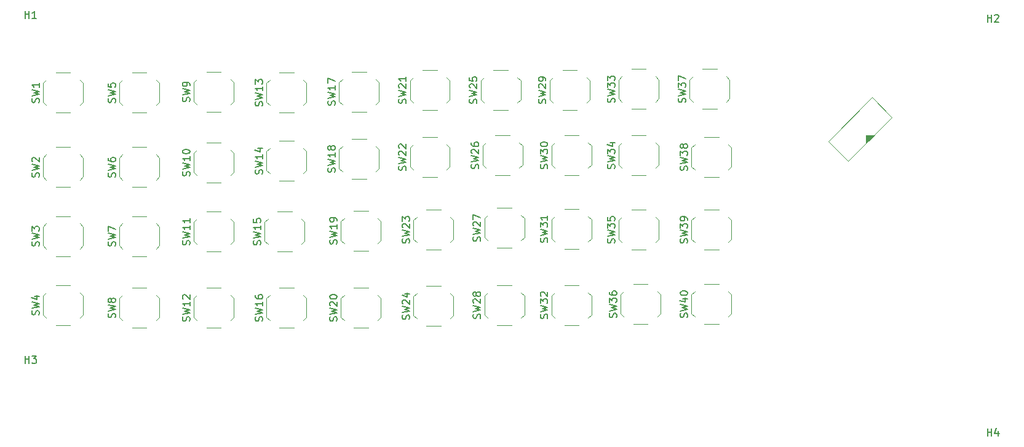
<source format=gto>
%TF.GenerationSoftware,KiCad,Pcbnew,9.0.1*%
%TF.CreationDate,2025-04-23T13:29:53-06:00*%
%TF.ProjectId,brownberryKeeb,62726f77-6e62-4657-9272-794b6565622e,rev?*%
%TF.SameCoordinates,Original*%
%TF.FileFunction,Legend,Top*%
%TF.FilePolarity,Positive*%
%FSLAX46Y46*%
G04 Gerber Fmt 4.6, Leading zero omitted, Abs format (unit mm)*
G04 Created by KiCad (PCBNEW 9.0.1) date 2025-04-23 13:29:53*
%MOMM*%
%LPD*%
G01*
G04 APERTURE LIST*
%ADD10C,0.150000*%
%ADD11C,0.120000*%
%ADD12C,0.100000*%
G04 APERTURE END LIST*
D10*
X136146540Y-127448739D02*
X136194159Y-127305882D01*
X136194159Y-127305882D02*
X136194159Y-127067787D01*
X136194159Y-127067787D02*
X136146540Y-126972549D01*
X136146540Y-126972549D02*
X136098920Y-126924930D01*
X136098920Y-126924930D02*
X136003682Y-126877311D01*
X136003682Y-126877311D02*
X135908444Y-126877311D01*
X135908444Y-126877311D02*
X135813206Y-126924930D01*
X135813206Y-126924930D02*
X135765587Y-126972549D01*
X135765587Y-126972549D02*
X135717968Y-127067787D01*
X135717968Y-127067787D02*
X135670349Y-127258263D01*
X135670349Y-127258263D02*
X135622730Y-127353501D01*
X135622730Y-127353501D02*
X135575111Y-127401120D01*
X135575111Y-127401120D02*
X135479873Y-127448739D01*
X135479873Y-127448739D02*
X135384635Y-127448739D01*
X135384635Y-127448739D02*
X135289397Y-127401120D01*
X135289397Y-127401120D02*
X135241778Y-127353501D01*
X135241778Y-127353501D02*
X135194159Y-127258263D01*
X135194159Y-127258263D02*
X135194159Y-127020168D01*
X135194159Y-127020168D02*
X135241778Y-126877311D01*
X135194159Y-126543977D02*
X136194159Y-126305882D01*
X136194159Y-126305882D02*
X135479873Y-126115406D01*
X135479873Y-126115406D02*
X136194159Y-125924930D01*
X136194159Y-125924930D02*
X135194159Y-125686835D01*
X135289397Y-125353501D02*
X135241778Y-125305882D01*
X135241778Y-125305882D02*
X135194159Y-125210644D01*
X135194159Y-125210644D02*
X135194159Y-124972549D01*
X135194159Y-124972549D02*
X135241778Y-124877311D01*
X135241778Y-124877311D02*
X135289397Y-124829692D01*
X135289397Y-124829692D02*
X135384635Y-124782073D01*
X135384635Y-124782073D02*
X135479873Y-124782073D01*
X135479873Y-124782073D02*
X135622730Y-124829692D01*
X135622730Y-124829692D02*
X136194159Y-125401120D01*
X136194159Y-125401120D02*
X136194159Y-124782073D01*
X135194159Y-124163025D02*
X135194159Y-124067787D01*
X135194159Y-124067787D02*
X135241778Y-123972549D01*
X135241778Y-123972549D02*
X135289397Y-123924930D01*
X135289397Y-123924930D02*
X135384635Y-123877311D01*
X135384635Y-123877311D02*
X135575111Y-123829692D01*
X135575111Y-123829692D02*
X135813206Y-123829692D01*
X135813206Y-123829692D02*
X136003682Y-123877311D01*
X136003682Y-123877311D02*
X136098920Y-123924930D01*
X136098920Y-123924930D02*
X136146540Y-123972549D01*
X136146540Y-123972549D02*
X136194159Y-124067787D01*
X136194159Y-124067787D02*
X136194159Y-124163025D01*
X136194159Y-124163025D02*
X136146540Y-124258263D01*
X136146540Y-124258263D02*
X136098920Y-124305882D01*
X136098920Y-124305882D02*
X136003682Y-124353501D01*
X136003682Y-124353501D02*
X135813206Y-124401120D01*
X135813206Y-124401120D02*
X135575111Y-124401120D01*
X135575111Y-124401120D02*
X135384635Y-124353501D01*
X135384635Y-124353501D02*
X135289397Y-124305882D01*
X135289397Y-124305882D02*
X135241778Y-124258263D01*
X135241778Y-124258263D02*
X135194159Y-124163025D01*
X165146540Y-116573738D02*
X165194159Y-116430881D01*
X165194159Y-116430881D02*
X165194159Y-116192786D01*
X165194159Y-116192786D02*
X165146540Y-116097548D01*
X165146540Y-116097548D02*
X165098920Y-116049929D01*
X165098920Y-116049929D02*
X165003682Y-116002310D01*
X165003682Y-116002310D02*
X164908444Y-116002310D01*
X164908444Y-116002310D02*
X164813206Y-116049929D01*
X164813206Y-116049929D02*
X164765587Y-116097548D01*
X164765587Y-116097548D02*
X164717968Y-116192786D01*
X164717968Y-116192786D02*
X164670349Y-116383262D01*
X164670349Y-116383262D02*
X164622730Y-116478500D01*
X164622730Y-116478500D02*
X164575111Y-116526119D01*
X164575111Y-116526119D02*
X164479873Y-116573738D01*
X164479873Y-116573738D02*
X164384635Y-116573738D01*
X164384635Y-116573738D02*
X164289397Y-116526119D01*
X164289397Y-116526119D02*
X164241778Y-116478500D01*
X164241778Y-116478500D02*
X164194159Y-116383262D01*
X164194159Y-116383262D02*
X164194159Y-116145167D01*
X164194159Y-116145167D02*
X164241778Y-116002310D01*
X164194159Y-115668976D02*
X165194159Y-115430881D01*
X165194159Y-115430881D02*
X164479873Y-115240405D01*
X164479873Y-115240405D02*
X165194159Y-115049929D01*
X165194159Y-115049929D02*
X164194159Y-114811834D01*
X164194159Y-114526119D02*
X164194159Y-113907072D01*
X164194159Y-113907072D02*
X164575111Y-114240405D01*
X164575111Y-114240405D02*
X164575111Y-114097548D01*
X164575111Y-114097548D02*
X164622730Y-114002310D01*
X164622730Y-114002310D02*
X164670349Y-113954691D01*
X164670349Y-113954691D02*
X164765587Y-113907072D01*
X164765587Y-113907072D02*
X165003682Y-113907072D01*
X165003682Y-113907072D02*
X165098920Y-113954691D01*
X165098920Y-113954691D02*
X165146540Y-114002310D01*
X165146540Y-114002310D02*
X165194159Y-114097548D01*
X165194159Y-114097548D02*
X165194159Y-114383262D01*
X165194159Y-114383262D02*
X165146540Y-114478500D01*
X165146540Y-114478500D02*
X165098920Y-114526119D01*
X165194159Y-112954691D02*
X165194159Y-113526119D01*
X165194159Y-113240405D02*
X164194159Y-113240405D01*
X164194159Y-113240405D02*
X164337016Y-113335643D01*
X164337016Y-113335643D02*
X164432254Y-113430881D01*
X164432254Y-113430881D02*
X164479873Y-113526119D01*
X146146541Y-127198738D02*
X146194160Y-127055881D01*
X146194160Y-127055881D02*
X146194160Y-126817786D01*
X146194160Y-126817786D02*
X146146541Y-126722548D01*
X146146541Y-126722548D02*
X146098921Y-126674929D01*
X146098921Y-126674929D02*
X146003683Y-126627310D01*
X146003683Y-126627310D02*
X145908445Y-126627310D01*
X145908445Y-126627310D02*
X145813207Y-126674929D01*
X145813207Y-126674929D02*
X145765588Y-126722548D01*
X145765588Y-126722548D02*
X145717969Y-126817786D01*
X145717969Y-126817786D02*
X145670350Y-127008262D01*
X145670350Y-127008262D02*
X145622731Y-127103500D01*
X145622731Y-127103500D02*
X145575112Y-127151119D01*
X145575112Y-127151119D02*
X145479874Y-127198738D01*
X145479874Y-127198738D02*
X145384636Y-127198738D01*
X145384636Y-127198738D02*
X145289398Y-127151119D01*
X145289398Y-127151119D02*
X145241779Y-127103500D01*
X145241779Y-127103500D02*
X145194160Y-127008262D01*
X145194160Y-127008262D02*
X145194160Y-126770167D01*
X145194160Y-126770167D02*
X145241779Y-126627310D01*
X145194160Y-126293976D02*
X146194160Y-126055881D01*
X146194160Y-126055881D02*
X145479874Y-125865405D01*
X145479874Y-125865405D02*
X146194160Y-125674929D01*
X146194160Y-125674929D02*
X145194160Y-125436834D01*
X145289398Y-125103500D02*
X145241779Y-125055881D01*
X145241779Y-125055881D02*
X145194160Y-124960643D01*
X145194160Y-124960643D02*
X145194160Y-124722548D01*
X145194160Y-124722548D02*
X145241779Y-124627310D01*
X145241779Y-124627310D02*
X145289398Y-124579691D01*
X145289398Y-124579691D02*
X145384636Y-124532072D01*
X145384636Y-124532072D02*
X145479874Y-124532072D01*
X145479874Y-124532072D02*
X145622731Y-124579691D01*
X145622731Y-124579691D02*
X146194160Y-125151119D01*
X146194160Y-125151119D02*
X146194160Y-124532072D01*
X145527493Y-123674929D02*
X146194160Y-123674929D01*
X145146541Y-123913024D02*
X145860826Y-124151119D01*
X145860826Y-124151119D02*
X145860826Y-123532072D01*
X164896542Y-97448739D02*
X164944161Y-97305882D01*
X164944161Y-97305882D02*
X164944161Y-97067787D01*
X164944161Y-97067787D02*
X164896542Y-96972549D01*
X164896542Y-96972549D02*
X164848922Y-96924930D01*
X164848922Y-96924930D02*
X164753684Y-96877311D01*
X164753684Y-96877311D02*
X164658446Y-96877311D01*
X164658446Y-96877311D02*
X164563208Y-96924930D01*
X164563208Y-96924930D02*
X164515589Y-96972549D01*
X164515589Y-96972549D02*
X164467970Y-97067787D01*
X164467970Y-97067787D02*
X164420351Y-97258263D01*
X164420351Y-97258263D02*
X164372732Y-97353501D01*
X164372732Y-97353501D02*
X164325113Y-97401120D01*
X164325113Y-97401120D02*
X164229875Y-97448739D01*
X164229875Y-97448739D02*
X164134637Y-97448739D01*
X164134637Y-97448739D02*
X164039399Y-97401120D01*
X164039399Y-97401120D02*
X163991780Y-97353501D01*
X163991780Y-97353501D02*
X163944161Y-97258263D01*
X163944161Y-97258263D02*
X163944161Y-97020168D01*
X163944161Y-97020168D02*
X163991780Y-96877311D01*
X163944161Y-96543977D02*
X164944161Y-96305882D01*
X164944161Y-96305882D02*
X164229875Y-96115406D01*
X164229875Y-96115406D02*
X164944161Y-95924930D01*
X164944161Y-95924930D02*
X163944161Y-95686835D01*
X164039399Y-95353501D02*
X163991780Y-95305882D01*
X163991780Y-95305882D02*
X163944161Y-95210644D01*
X163944161Y-95210644D02*
X163944161Y-94972549D01*
X163944161Y-94972549D02*
X163991780Y-94877311D01*
X163991780Y-94877311D02*
X164039399Y-94829692D01*
X164039399Y-94829692D02*
X164134637Y-94782073D01*
X164134637Y-94782073D02*
X164229875Y-94782073D01*
X164229875Y-94782073D02*
X164372732Y-94829692D01*
X164372732Y-94829692D02*
X164944161Y-95401120D01*
X164944161Y-95401120D02*
X164944161Y-94782073D01*
X164944161Y-94305882D02*
X164944161Y-94115406D01*
X164944161Y-94115406D02*
X164896542Y-94020168D01*
X164896542Y-94020168D02*
X164848922Y-93972549D01*
X164848922Y-93972549D02*
X164706065Y-93877311D01*
X164706065Y-93877311D02*
X164515589Y-93829692D01*
X164515589Y-93829692D02*
X164134637Y-93829692D01*
X164134637Y-93829692D02*
X164039399Y-93877311D01*
X164039399Y-93877311D02*
X163991780Y-93924930D01*
X163991780Y-93924930D02*
X163944161Y-94020168D01*
X163944161Y-94020168D02*
X163944161Y-94210644D01*
X163944161Y-94210644D02*
X163991780Y-94305882D01*
X163991780Y-94305882D02*
X164039399Y-94353501D01*
X164039399Y-94353501D02*
X164134637Y-94401120D01*
X164134637Y-94401120D02*
X164372732Y-94401120D01*
X164372732Y-94401120D02*
X164467970Y-94353501D01*
X164467970Y-94353501D02*
X164515589Y-94305882D01*
X164515589Y-94305882D02*
X164563208Y-94210644D01*
X164563208Y-94210644D02*
X164563208Y-94020168D01*
X164563208Y-94020168D02*
X164515589Y-93924930D01*
X164515589Y-93924930D02*
X164467970Y-93877311D01*
X164467970Y-93877311D02*
X164372732Y-93829692D01*
X174396541Y-97323738D02*
X174444160Y-97180881D01*
X174444160Y-97180881D02*
X174444160Y-96942786D01*
X174444160Y-96942786D02*
X174396541Y-96847548D01*
X174396541Y-96847548D02*
X174348921Y-96799929D01*
X174348921Y-96799929D02*
X174253683Y-96752310D01*
X174253683Y-96752310D02*
X174158445Y-96752310D01*
X174158445Y-96752310D02*
X174063207Y-96799929D01*
X174063207Y-96799929D02*
X174015588Y-96847548D01*
X174015588Y-96847548D02*
X173967969Y-96942786D01*
X173967969Y-96942786D02*
X173920350Y-97133262D01*
X173920350Y-97133262D02*
X173872731Y-97228500D01*
X173872731Y-97228500D02*
X173825112Y-97276119D01*
X173825112Y-97276119D02*
X173729874Y-97323738D01*
X173729874Y-97323738D02*
X173634636Y-97323738D01*
X173634636Y-97323738D02*
X173539398Y-97276119D01*
X173539398Y-97276119D02*
X173491779Y-97228500D01*
X173491779Y-97228500D02*
X173444160Y-97133262D01*
X173444160Y-97133262D02*
X173444160Y-96895167D01*
X173444160Y-96895167D02*
X173491779Y-96752310D01*
X173444160Y-96418976D02*
X174444160Y-96180881D01*
X174444160Y-96180881D02*
X173729874Y-95990405D01*
X173729874Y-95990405D02*
X174444160Y-95799929D01*
X174444160Y-95799929D02*
X173444160Y-95561834D01*
X173444160Y-95276119D02*
X173444160Y-94657072D01*
X173444160Y-94657072D02*
X173825112Y-94990405D01*
X173825112Y-94990405D02*
X173825112Y-94847548D01*
X173825112Y-94847548D02*
X173872731Y-94752310D01*
X173872731Y-94752310D02*
X173920350Y-94704691D01*
X173920350Y-94704691D02*
X174015588Y-94657072D01*
X174015588Y-94657072D02*
X174253683Y-94657072D01*
X174253683Y-94657072D02*
X174348921Y-94704691D01*
X174348921Y-94704691D02*
X174396541Y-94752310D01*
X174396541Y-94752310D02*
X174444160Y-94847548D01*
X174444160Y-94847548D02*
X174444160Y-95133262D01*
X174444160Y-95133262D02*
X174396541Y-95228500D01*
X174396541Y-95228500D02*
X174348921Y-95276119D01*
X173444160Y-94323738D02*
X173444160Y-93704691D01*
X173444160Y-93704691D02*
X173825112Y-94038024D01*
X173825112Y-94038024D02*
X173825112Y-93895167D01*
X173825112Y-93895167D02*
X173872731Y-93799929D01*
X173872731Y-93799929D02*
X173920350Y-93752310D01*
X173920350Y-93752310D02*
X174015588Y-93704691D01*
X174015588Y-93704691D02*
X174253683Y-93704691D01*
X174253683Y-93704691D02*
X174348921Y-93752310D01*
X174348921Y-93752310D02*
X174396541Y-93799929D01*
X174396541Y-93799929D02*
X174444160Y-93895167D01*
X174444160Y-93895167D02*
X174444160Y-94180881D01*
X174444160Y-94180881D02*
X174396541Y-94276119D01*
X174396541Y-94276119D02*
X174348921Y-94323738D01*
X174396541Y-106448739D02*
X174444160Y-106305882D01*
X174444160Y-106305882D02*
X174444160Y-106067787D01*
X174444160Y-106067787D02*
X174396541Y-105972549D01*
X174396541Y-105972549D02*
X174348921Y-105924930D01*
X174348921Y-105924930D02*
X174253683Y-105877311D01*
X174253683Y-105877311D02*
X174158445Y-105877311D01*
X174158445Y-105877311D02*
X174063207Y-105924930D01*
X174063207Y-105924930D02*
X174015588Y-105972549D01*
X174015588Y-105972549D02*
X173967969Y-106067787D01*
X173967969Y-106067787D02*
X173920350Y-106258263D01*
X173920350Y-106258263D02*
X173872731Y-106353501D01*
X173872731Y-106353501D02*
X173825112Y-106401120D01*
X173825112Y-106401120D02*
X173729874Y-106448739D01*
X173729874Y-106448739D02*
X173634636Y-106448739D01*
X173634636Y-106448739D02*
X173539398Y-106401120D01*
X173539398Y-106401120D02*
X173491779Y-106353501D01*
X173491779Y-106353501D02*
X173444160Y-106258263D01*
X173444160Y-106258263D02*
X173444160Y-106020168D01*
X173444160Y-106020168D02*
X173491779Y-105877311D01*
X173444160Y-105543977D02*
X174444160Y-105305882D01*
X174444160Y-105305882D02*
X173729874Y-105115406D01*
X173729874Y-105115406D02*
X174444160Y-104924930D01*
X174444160Y-104924930D02*
X173444160Y-104686835D01*
X173444160Y-104401120D02*
X173444160Y-103782073D01*
X173444160Y-103782073D02*
X173825112Y-104115406D01*
X173825112Y-104115406D02*
X173825112Y-103972549D01*
X173825112Y-103972549D02*
X173872731Y-103877311D01*
X173872731Y-103877311D02*
X173920350Y-103829692D01*
X173920350Y-103829692D02*
X174015588Y-103782073D01*
X174015588Y-103782073D02*
X174253683Y-103782073D01*
X174253683Y-103782073D02*
X174348921Y-103829692D01*
X174348921Y-103829692D02*
X174396541Y-103877311D01*
X174396541Y-103877311D02*
X174444160Y-103972549D01*
X174444160Y-103972549D02*
X174444160Y-104258263D01*
X174444160Y-104258263D02*
X174396541Y-104353501D01*
X174396541Y-104353501D02*
X174348921Y-104401120D01*
X173777493Y-102924930D02*
X174444160Y-102924930D01*
X173396541Y-103163025D02*
X174110826Y-103401120D01*
X174110826Y-103401120D02*
X174110826Y-102782073D01*
X136146543Y-116823738D02*
X136194162Y-116680881D01*
X136194162Y-116680881D02*
X136194162Y-116442786D01*
X136194162Y-116442786D02*
X136146543Y-116347548D01*
X136146543Y-116347548D02*
X136098923Y-116299929D01*
X136098923Y-116299929D02*
X136003685Y-116252310D01*
X136003685Y-116252310D02*
X135908447Y-116252310D01*
X135908447Y-116252310D02*
X135813209Y-116299929D01*
X135813209Y-116299929D02*
X135765590Y-116347548D01*
X135765590Y-116347548D02*
X135717971Y-116442786D01*
X135717971Y-116442786D02*
X135670352Y-116633262D01*
X135670352Y-116633262D02*
X135622733Y-116728500D01*
X135622733Y-116728500D02*
X135575114Y-116776119D01*
X135575114Y-116776119D02*
X135479876Y-116823738D01*
X135479876Y-116823738D02*
X135384638Y-116823738D01*
X135384638Y-116823738D02*
X135289400Y-116776119D01*
X135289400Y-116776119D02*
X135241781Y-116728500D01*
X135241781Y-116728500D02*
X135194162Y-116633262D01*
X135194162Y-116633262D02*
X135194162Y-116395167D01*
X135194162Y-116395167D02*
X135241781Y-116252310D01*
X135194162Y-115918976D02*
X136194162Y-115680881D01*
X136194162Y-115680881D02*
X135479876Y-115490405D01*
X135479876Y-115490405D02*
X136194162Y-115299929D01*
X136194162Y-115299929D02*
X135194162Y-115061834D01*
X136194162Y-114157072D02*
X136194162Y-114728500D01*
X136194162Y-114442786D02*
X135194162Y-114442786D01*
X135194162Y-114442786D02*
X135337019Y-114538024D01*
X135337019Y-114538024D02*
X135432257Y-114633262D01*
X135432257Y-114633262D02*
X135479876Y-114728500D01*
X136194162Y-113680881D02*
X136194162Y-113490405D01*
X136194162Y-113490405D02*
X136146543Y-113395167D01*
X136146543Y-113395167D02*
X136098923Y-113347548D01*
X136098923Y-113347548D02*
X135956066Y-113252310D01*
X135956066Y-113252310D02*
X135765590Y-113204691D01*
X135765590Y-113204691D02*
X135384638Y-113204691D01*
X135384638Y-113204691D02*
X135289400Y-113252310D01*
X135289400Y-113252310D02*
X135241781Y-113299929D01*
X135241781Y-113299929D02*
X135194162Y-113395167D01*
X135194162Y-113395167D02*
X135194162Y-113585643D01*
X135194162Y-113585643D02*
X135241781Y-113680881D01*
X135241781Y-113680881D02*
X135289400Y-113728500D01*
X135289400Y-113728500D02*
X135384638Y-113776119D01*
X135384638Y-113776119D02*
X135622733Y-113776119D01*
X135622733Y-113776119D02*
X135717971Y-113728500D01*
X135717971Y-113728500D02*
X135765590Y-113680881D01*
X135765590Y-113680881D02*
X135813209Y-113585643D01*
X135813209Y-113585643D02*
X135813209Y-113395167D01*
X135813209Y-113395167D02*
X135765590Y-113299929D01*
X135765590Y-113299929D02*
X135717971Y-113252310D01*
X135717971Y-113252310D02*
X135622733Y-113204691D01*
X105646541Y-97347548D02*
X105694160Y-97204691D01*
X105694160Y-97204691D02*
X105694160Y-96966596D01*
X105694160Y-96966596D02*
X105646541Y-96871358D01*
X105646541Y-96871358D02*
X105598921Y-96823739D01*
X105598921Y-96823739D02*
X105503683Y-96776120D01*
X105503683Y-96776120D02*
X105408445Y-96776120D01*
X105408445Y-96776120D02*
X105313207Y-96823739D01*
X105313207Y-96823739D02*
X105265588Y-96871358D01*
X105265588Y-96871358D02*
X105217969Y-96966596D01*
X105217969Y-96966596D02*
X105170350Y-97157072D01*
X105170350Y-97157072D02*
X105122731Y-97252310D01*
X105122731Y-97252310D02*
X105075112Y-97299929D01*
X105075112Y-97299929D02*
X104979874Y-97347548D01*
X104979874Y-97347548D02*
X104884636Y-97347548D01*
X104884636Y-97347548D02*
X104789398Y-97299929D01*
X104789398Y-97299929D02*
X104741779Y-97252310D01*
X104741779Y-97252310D02*
X104694160Y-97157072D01*
X104694160Y-97157072D02*
X104694160Y-96918977D01*
X104694160Y-96918977D02*
X104741779Y-96776120D01*
X104694160Y-96442786D02*
X105694160Y-96204691D01*
X105694160Y-96204691D02*
X104979874Y-96014215D01*
X104979874Y-96014215D02*
X105694160Y-95823739D01*
X105694160Y-95823739D02*
X104694160Y-95585644D01*
X104694160Y-94728501D02*
X104694160Y-95204691D01*
X104694160Y-95204691D02*
X105170350Y-95252310D01*
X105170350Y-95252310D02*
X105122731Y-95204691D01*
X105122731Y-95204691D02*
X105075112Y-95109453D01*
X105075112Y-95109453D02*
X105075112Y-94871358D01*
X105075112Y-94871358D02*
X105122731Y-94776120D01*
X105122731Y-94776120D02*
X105170350Y-94728501D01*
X105170350Y-94728501D02*
X105265588Y-94680882D01*
X105265588Y-94680882D02*
X105503683Y-94680882D01*
X105503683Y-94680882D02*
X105598921Y-94728501D01*
X105598921Y-94728501D02*
X105646541Y-94776120D01*
X105646541Y-94776120D02*
X105694160Y-94871358D01*
X105694160Y-94871358D02*
X105694160Y-95109453D01*
X105694160Y-95109453D02*
X105646541Y-95204691D01*
X105646541Y-95204691D02*
X105598921Y-95252310D01*
X95146543Y-117097547D02*
X95194162Y-116954690D01*
X95194162Y-116954690D02*
X95194162Y-116716595D01*
X95194162Y-116716595D02*
X95146543Y-116621357D01*
X95146543Y-116621357D02*
X95098923Y-116573738D01*
X95098923Y-116573738D02*
X95003685Y-116526119D01*
X95003685Y-116526119D02*
X94908447Y-116526119D01*
X94908447Y-116526119D02*
X94813209Y-116573738D01*
X94813209Y-116573738D02*
X94765590Y-116621357D01*
X94765590Y-116621357D02*
X94717971Y-116716595D01*
X94717971Y-116716595D02*
X94670352Y-116907071D01*
X94670352Y-116907071D02*
X94622733Y-117002309D01*
X94622733Y-117002309D02*
X94575114Y-117049928D01*
X94575114Y-117049928D02*
X94479876Y-117097547D01*
X94479876Y-117097547D02*
X94384638Y-117097547D01*
X94384638Y-117097547D02*
X94289400Y-117049928D01*
X94289400Y-117049928D02*
X94241781Y-117002309D01*
X94241781Y-117002309D02*
X94194162Y-116907071D01*
X94194162Y-116907071D02*
X94194162Y-116668976D01*
X94194162Y-116668976D02*
X94241781Y-116526119D01*
X94194162Y-116192785D02*
X95194162Y-115954690D01*
X95194162Y-115954690D02*
X94479876Y-115764214D01*
X94479876Y-115764214D02*
X95194162Y-115573738D01*
X95194162Y-115573738D02*
X94194162Y-115335643D01*
X94194162Y-115049928D02*
X94194162Y-114430881D01*
X94194162Y-114430881D02*
X94575114Y-114764214D01*
X94575114Y-114764214D02*
X94575114Y-114621357D01*
X94575114Y-114621357D02*
X94622733Y-114526119D01*
X94622733Y-114526119D02*
X94670352Y-114478500D01*
X94670352Y-114478500D02*
X94765590Y-114430881D01*
X94765590Y-114430881D02*
X95003685Y-114430881D01*
X95003685Y-114430881D02*
X95098923Y-114478500D01*
X95098923Y-114478500D02*
X95146543Y-114526119D01*
X95146543Y-114526119D02*
X95194162Y-114621357D01*
X95194162Y-114621357D02*
X95194162Y-114907071D01*
X95194162Y-114907071D02*
X95146543Y-115002309D01*
X95146543Y-115002309D02*
X95098923Y-115049928D01*
X146146541Y-116698739D02*
X146194160Y-116555882D01*
X146194160Y-116555882D02*
X146194160Y-116317787D01*
X146194160Y-116317787D02*
X146146541Y-116222549D01*
X146146541Y-116222549D02*
X146098921Y-116174930D01*
X146098921Y-116174930D02*
X146003683Y-116127311D01*
X146003683Y-116127311D02*
X145908445Y-116127311D01*
X145908445Y-116127311D02*
X145813207Y-116174930D01*
X145813207Y-116174930D02*
X145765588Y-116222549D01*
X145765588Y-116222549D02*
X145717969Y-116317787D01*
X145717969Y-116317787D02*
X145670350Y-116508263D01*
X145670350Y-116508263D02*
X145622731Y-116603501D01*
X145622731Y-116603501D02*
X145575112Y-116651120D01*
X145575112Y-116651120D02*
X145479874Y-116698739D01*
X145479874Y-116698739D02*
X145384636Y-116698739D01*
X145384636Y-116698739D02*
X145289398Y-116651120D01*
X145289398Y-116651120D02*
X145241779Y-116603501D01*
X145241779Y-116603501D02*
X145194160Y-116508263D01*
X145194160Y-116508263D02*
X145194160Y-116270168D01*
X145194160Y-116270168D02*
X145241779Y-116127311D01*
X145194160Y-115793977D02*
X146194160Y-115555882D01*
X146194160Y-115555882D02*
X145479874Y-115365406D01*
X145479874Y-115365406D02*
X146194160Y-115174930D01*
X146194160Y-115174930D02*
X145194160Y-114936835D01*
X145289398Y-114603501D02*
X145241779Y-114555882D01*
X145241779Y-114555882D02*
X145194160Y-114460644D01*
X145194160Y-114460644D02*
X145194160Y-114222549D01*
X145194160Y-114222549D02*
X145241779Y-114127311D01*
X145241779Y-114127311D02*
X145289398Y-114079692D01*
X145289398Y-114079692D02*
X145384636Y-114032073D01*
X145384636Y-114032073D02*
X145479874Y-114032073D01*
X145479874Y-114032073D02*
X145622731Y-114079692D01*
X145622731Y-114079692D02*
X146194160Y-114651120D01*
X146194160Y-114651120D02*
X146194160Y-114032073D01*
X145194160Y-113698739D02*
X145194160Y-113079692D01*
X145194160Y-113079692D02*
X145575112Y-113413025D01*
X145575112Y-113413025D02*
X145575112Y-113270168D01*
X145575112Y-113270168D02*
X145622731Y-113174930D01*
X145622731Y-113174930D02*
X145670350Y-113127311D01*
X145670350Y-113127311D02*
X145765588Y-113079692D01*
X145765588Y-113079692D02*
X146003683Y-113079692D01*
X146003683Y-113079692D02*
X146098921Y-113127311D01*
X146098921Y-113127311D02*
X146146541Y-113174930D01*
X146146541Y-113174930D02*
X146194160Y-113270168D01*
X146194160Y-113270168D02*
X146194160Y-113555882D01*
X146194160Y-113555882D02*
X146146541Y-113651120D01*
X146146541Y-113651120D02*
X146098921Y-113698739D01*
X125896543Y-127448738D02*
X125944162Y-127305881D01*
X125944162Y-127305881D02*
X125944162Y-127067786D01*
X125944162Y-127067786D02*
X125896543Y-126972548D01*
X125896543Y-126972548D02*
X125848923Y-126924929D01*
X125848923Y-126924929D02*
X125753685Y-126877310D01*
X125753685Y-126877310D02*
X125658447Y-126877310D01*
X125658447Y-126877310D02*
X125563209Y-126924929D01*
X125563209Y-126924929D02*
X125515590Y-126972548D01*
X125515590Y-126972548D02*
X125467971Y-127067786D01*
X125467971Y-127067786D02*
X125420352Y-127258262D01*
X125420352Y-127258262D02*
X125372733Y-127353500D01*
X125372733Y-127353500D02*
X125325114Y-127401119D01*
X125325114Y-127401119D02*
X125229876Y-127448738D01*
X125229876Y-127448738D02*
X125134638Y-127448738D01*
X125134638Y-127448738D02*
X125039400Y-127401119D01*
X125039400Y-127401119D02*
X124991781Y-127353500D01*
X124991781Y-127353500D02*
X124944162Y-127258262D01*
X124944162Y-127258262D02*
X124944162Y-127020167D01*
X124944162Y-127020167D02*
X124991781Y-126877310D01*
X124944162Y-126543976D02*
X125944162Y-126305881D01*
X125944162Y-126305881D02*
X125229876Y-126115405D01*
X125229876Y-126115405D02*
X125944162Y-125924929D01*
X125944162Y-125924929D02*
X124944162Y-125686834D01*
X125944162Y-124782072D02*
X125944162Y-125353500D01*
X125944162Y-125067786D02*
X124944162Y-125067786D01*
X124944162Y-125067786D02*
X125087019Y-125163024D01*
X125087019Y-125163024D02*
X125182257Y-125258262D01*
X125182257Y-125258262D02*
X125229876Y-125353500D01*
X124944162Y-123924929D02*
X124944162Y-124115405D01*
X124944162Y-124115405D02*
X124991781Y-124210643D01*
X124991781Y-124210643D02*
X125039400Y-124258262D01*
X125039400Y-124258262D02*
X125182257Y-124353500D01*
X125182257Y-124353500D02*
X125372733Y-124401119D01*
X125372733Y-124401119D02*
X125753685Y-124401119D01*
X125753685Y-124401119D02*
X125848923Y-124353500D01*
X125848923Y-124353500D02*
X125896543Y-124305881D01*
X125896543Y-124305881D02*
X125944162Y-124210643D01*
X125944162Y-124210643D02*
X125944162Y-124020167D01*
X125944162Y-124020167D02*
X125896543Y-123924929D01*
X125896543Y-123924929D02*
X125848923Y-123877310D01*
X125848923Y-123877310D02*
X125753685Y-123829691D01*
X125753685Y-123829691D02*
X125515590Y-123829691D01*
X125515590Y-123829691D02*
X125420352Y-123877310D01*
X125420352Y-123877310D02*
X125372733Y-123924929D01*
X125372733Y-123924929D02*
X125325114Y-124020167D01*
X125325114Y-124020167D02*
X125325114Y-124210643D01*
X125325114Y-124210643D02*
X125372733Y-124305881D01*
X125372733Y-124305881D02*
X125420352Y-124353500D01*
X125420352Y-124353500D02*
X125515590Y-124401119D01*
X184396540Y-106698738D02*
X184444159Y-106555881D01*
X184444159Y-106555881D02*
X184444159Y-106317786D01*
X184444159Y-106317786D02*
X184396540Y-106222548D01*
X184396540Y-106222548D02*
X184348920Y-106174929D01*
X184348920Y-106174929D02*
X184253682Y-106127310D01*
X184253682Y-106127310D02*
X184158444Y-106127310D01*
X184158444Y-106127310D02*
X184063206Y-106174929D01*
X184063206Y-106174929D02*
X184015587Y-106222548D01*
X184015587Y-106222548D02*
X183967968Y-106317786D01*
X183967968Y-106317786D02*
X183920349Y-106508262D01*
X183920349Y-106508262D02*
X183872730Y-106603500D01*
X183872730Y-106603500D02*
X183825111Y-106651119D01*
X183825111Y-106651119D02*
X183729873Y-106698738D01*
X183729873Y-106698738D02*
X183634635Y-106698738D01*
X183634635Y-106698738D02*
X183539397Y-106651119D01*
X183539397Y-106651119D02*
X183491778Y-106603500D01*
X183491778Y-106603500D02*
X183444159Y-106508262D01*
X183444159Y-106508262D02*
X183444159Y-106270167D01*
X183444159Y-106270167D02*
X183491778Y-106127310D01*
X183444159Y-105793976D02*
X184444159Y-105555881D01*
X184444159Y-105555881D02*
X183729873Y-105365405D01*
X183729873Y-105365405D02*
X184444159Y-105174929D01*
X184444159Y-105174929D02*
X183444159Y-104936834D01*
X183444159Y-104651119D02*
X183444159Y-104032072D01*
X183444159Y-104032072D02*
X183825111Y-104365405D01*
X183825111Y-104365405D02*
X183825111Y-104222548D01*
X183825111Y-104222548D02*
X183872730Y-104127310D01*
X183872730Y-104127310D02*
X183920349Y-104079691D01*
X183920349Y-104079691D02*
X184015587Y-104032072D01*
X184015587Y-104032072D02*
X184253682Y-104032072D01*
X184253682Y-104032072D02*
X184348920Y-104079691D01*
X184348920Y-104079691D02*
X184396540Y-104127310D01*
X184396540Y-104127310D02*
X184444159Y-104222548D01*
X184444159Y-104222548D02*
X184444159Y-104508262D01*
X184444159Y-104508262D02*
X184396540Y-104603500D01*
X184396540Y-104603500D02*
X184348920Y-104651119D01*
X183872730Y-103460643D02*
X183825111Y-103555881D01*
X183825111Y-103555881D02*
X183777492Y-103603500D01*
X183777492Y-103603500D02*
X183682254Y-103651119D01*
X183682254Y-103651119D02*
X183634635Y-103651119D01*
X183634635Y-103651119D02*
X183539397Y-103603500D01*
X183539397Y-103603500D02*
X183491778Y-103555881D01*
X183491778Y-103555881D02*
X183444159Y-103460643D01*
X183444159Y-103460643D02*
X183444159Y-103270167D01*
X183444159Y-103270167D02*
X183491778Y-103174929D01*
X183491778Y-103174929D02*
X183539397Y-103127310D01*
X183539397Y-103127310D02*
X183634635Y-103079691D01*
X183634635Y-103079691D02*
X183682254Y-103079691D01*
X183682254Y-103079691D02*
X183777492Y-103127310D01*
X183777492Y-103127310D02*
X183825111Y-103174929D01*
X183825111Y-103174929D02*
X183872730Y-103270167D01*
X183872730Y-103270167D02*
X183872730Y-103460643D01*
X183872730Y-103460643D02*
X183920349Y-103555881D01*
X183920349Y-103555881D02*
X183967968Y-103603500D01*
X183967968Y-103603500D02*
X184063206Y-103651119D01*
X184063206Y-103651119D02*
X184253682Y-103651119D01*
X184253682Y-103651119D02*
X184348920Y-103603500D01*
X184348920Y-103603500D02*
X184396540Y-103555881D01*
X184396540Y-103555881D02*
X184444159Y-103460643D01*
X184444159Y-103460643D02*
X184444159Y-103270167D01*
X184444159Y-103270167D02*
X184396540Y-103174929D01*
X184396540Y-103174929D02*
X184348920Y-103127310D01*
X184348920Y-103127310D02*
X184253682Y-103079691D01*
X184253682Y-103079691D02*
X184063206Y-103079691D01*
X184063206Y-103079691D02*
X183967968Y-103127310D01*
X183967968Y-103127310D02*
X183920349Y-103174929D01*
X183920349Y-103174929D02*
X183872730Y-103270167D01*
X93238095Y-85754819D02*
X93238095Y-84754819D01*
X93238095Y-85231009D02*
X93809523Y-85231009D01*
X93809523Y-85754819D02*
X93809523Y-84754819D01*
X94809523Y-85754819D02*
X94238095Y-85754819D01*
X94523809Y-85754819D02*
X94523809Y-84754819D01*
X94523809Y-84754819D02*
X94428571Y-84897676D01*
X94428571Y-84897676D02*
X94333333Y-84992914D01*
X94333333Y-84992914D02*
X94238095Y-85040533D01*
X184146540Y-97323738D02*
X184194159Y-97180881D01*
X184194159Y-97180881D02*
X184194159Y-96942786D01*
X184194159Y-96942786D02*
X184146540Y-96847548D01*
X184146540Y-96847548D02*
X184098920Y-96799929D01*
X184098920Y-96799929D02*
X184003682Y-96752310D01*
X184003682Y-96752310D02*
X183908444Y-96752310D01*
X183908444Y-96752310D02*
X183813206Y-96799929D01*
X183813206Y-96799929D02*
X183765587Y-96847548D01*
X183765587Y-96847548D02*
X183717968Y-96942786D01*
X183717968Y-96942786D02*
X183670349Y-97133262D01*
X183670349Y-97133262D02*
X183622730Y-97228500D01*
X183622730Y-97228500D02*
X183575111Y-97276119D01*
X183575111Y-97276119D02*
X183479873Y-97323738D01*
X183479873Y-97323738D02*
X183384635Y-97323738D01*
X183384635Y-97323738D02*
X183289397Y-97276119D01*
X183289397Y-97276119D02*
X183241778Y-97228500D01*
X183241778Y-97228500D02*
X183194159Y-97133262D01*
X183194159Y-97133262D02*
X183194159Y-96895167D01*
X183194159Y-96895167D02*
X183241778Y-96752310D01*
X183194159Y-96418976D02*
X184194159Y-96180881D01*
X184194159Y-96180881D02*
X183479873Y-95990405D01*
X183479873Y-95990405D02*
X184194159Y-95799929D01*
X184194159Y-95799929D02*
X183194159Y-95561834D01*
X183194159Y-95276119D02*
X183194159Y-94657072D01*
X183194159Y-94657072D02*
X183575111Y-94990405D01*
X183575111Y-94990405D02*
X183575111Y-94847548D01*
X183575111Y-94847548D02*
X183622730Y-94752310D01*
X183622730Y-94752310D02*
X183670349Y-94704691D01*
X183670349Y-94704691D02*
X183765587Y-94657072D01*
X183765587Y-94657072D02*
X184003682Y-94657072D01*
X184003682Y-94657072D02*
X184098920Y-94704691D01*
X184098920Y-94704691D02*
X184146540Y-94752310D01*
X184146540Y-94752310D02*
X184194159Y-94847548D01*
X184194159Y-94847548D02*
X184194159Y-95133262D01*
X184194159Y-95133262D02*
X184146540Y-95228500D01*
X184146540Y-95228500D02*
X184098920Y-95276119D01*
X183194159Y-94323738D02*
X183194159Y-93657072D01*
X183194159Y-93657072D02*
X184194159Y-94085643D01*
X135896541Y-97698738D02*
X135944160Y-97555881D01*
X135944160Y-97555881D02*
X135944160Y-97317786D01*
X135944160Y-97317786D02*
X135896541Y-97222548D01*
X135896541Y-97222548D02*
X135848921Y-97174929D01*
X135848921Y-97174929D02*
X135753683Y-97127310D01*
X135753683Y-97127310D02*
X135658445Y-97127310D01*
X135658445Y-97127310D02*
X135563207Y-97174929D01*
X135563207Y-97174929D02*
X135515588Y-97222548D01*
X135515588Y-97222548D02*
X135467969Y-97317786D01*
X135467969Y-97317786D02*
X135420350Y-97508262D01*
X135420350Y-97508262D02*
X135372731Y-97603500D01*
X135372731Y-97603500D02*
X135325112Y-97651119D01*
X135325112Y-97651119D02*
X135229874Y-97698738D01*
X135229874Y-97698738D02*
X135134636Y-97698738D01*
X135134636Y-97698738D02*
X135039398Y-97651119D01*
X135039398Y-97651119D02*
X134991779Y-97603500D01*
X134991779Y-97603500D02*
X134944160Y-97508262D01*
X134944160Y-97508262D02*
X134944160Y-97270167D01*
X134944160Y-97270167D02*
X134991779Y-97127310D01*
X134944160Y-96793976D02*
X135944160Y-96555881D01*
X135944160Y-96555881D02*
X135229874Y-96365405D01*
X135229874Y-96365405D02*
X135944160Y-96174929D01*
X135944160Y-96174929D02*
X134944160Y-95936834D01*
X135944160Y-95032072D02*
X135944160Y-95603500D01*
X135944160Y-95317786D02*
X134944160Y-95317786D01*
X134944160Y-95317786D02*
X135087017Y-95413024D01*
X135087017Y-95413024D02*
X135182255Y-95508262D01*
X135182255Y-95508262D02*
X135229874Y-95603500D01*
X134944160Y-94698738D02*
X134944160Y-94032072D01*
X134944160Y-94032072D02*
X135944160Y-94460643D01*
X174396541Y-116698740D02*
X174444160Y-116555883D01*
X174444160Y-116555883D02*
X174444160Y-116317788D01*
X174444160Y-116317788D02*
X174396541Y-116222550D01*
X174396541Y-116222550D02*
X174348921Y-116174931D01*
X174348921Y-116174931D02*
X174253683Y-116127312D01*
X174253683Y-116127312D02*
X174158445Y-116127312D01*
X174158445Y-116127312D02*
X174063207Y-116174931D01*
X174063207Y-116174931D02*
X174015588Y-116222550D01*
X174015588Y-116222550D02*
X173967969Y-116317788D01*
X173967969Y-116317788D02*
X173920350Y-116508264D01*
X173920350Y-116508264D02*
X173872731Y-116603502D01*
X173872731Y-116603502D02*
X173825112Y-116651121D01*
X173825112Y-116651121D02*
X173729874Y-116698740D01*
X173729874Y-116698740D02*
X173634636Y-116698740D01*
X173634636Y-116698740D02*
X173539398Y-116651121D01*
X173539398Y-116651121D02*
X173491779Y-116603502D01*
X173491779Y-116603502D02*
X173444160Y-116508264D01*
X173444160Y-116508264D02*
X173444160Y-116270169D01*
X173444160Y-116270169D02*
X173491779Y-116127312D01*
X173444160Y-115793978D02*
X174444160Y-115555883D01*
X174444160Y-115555883D02*
X173729874Y-115365407D01*
X173729874Y-115365407D02*
X174444160Y-115174931D01*
X174444160Y-115174931D02*
X173444160Y-114936836D01*
X173444160Y-114651121D02*
X173444160Y-114032074D01*
X173444160Y-114032074D02*
X173825112Y-114365407D01*
X173825112Y-114365407D02*
X173825112Y-114222550D01*
X173825112Y-114222550D02*
X173872731Y-114127312D01*
X173872731Y-114127312D02*
X173920350Y-114079693D01*
X173920350Y-114079693D02*
X174015588Y-114032074D01*
X174015588Y-114032074D02*
X174253683Y-114032074D01*
X174253683Y-114032074D02*
X174348921Y-114079693D01*
X174348921Y-114079693D02*
X174396541Y-114127312D01*
X174396541Y-114127312D02*
X174444160Y-114222550D01*
X174444160Y-114222550D02*
X174444160Y-114508264D01*
X174444160Y-114508264D02*
X174396541Y-114603502D01*
X174396541Y-114603502D02*
X174348921Y-114651121D01*
X173444160Y-113127312D02*
X173444160Y-113603502D01*
X173444160Y-113603502D02*
X173920350Y-113651121D01*
X173920350Y-113651121D02*
X173872731Y-113603502D01*
X173872731Y-113603502D02*
X173825112Y-113508264D01*
X173825112Y-113508264D02*
X173825112Y-113270169D01*
X173825112Y-113270169D02*
X173872731Y-113174931D01*
X173872731Y-113174931D02*
X173920350Y-113127312D01*
X173920350Y-113127312D02*
X174015588Y-113079693D01*
X174015588Y-113079693D02*
X174253683Y-113079693D01*
X174253683Y-113079693D02*
X174348921Y-113127312D01*
X174348921Y-113127312D02*
X174396541Y-113174931D01*
X174396541Y-113174931D02*
X174444160Y-113270169D01*
X174444160Y-113270169D02*
X174444160Y-113508264D01*
X174444160Y-113508264D02*
X174396541Y-113603502D01*
X174396541Y-113603502D02*
X174348921Y-113651121D01*
X155896542Y-116448737D02*
X155944161Y-116305880D01*
X155944161Y-116305880D02*
X155944161Y-116067785D01*
X155944161Y-116067785D02*
X155896542Y-115972547D01*
X155896542Y-115972547D02*
X155848922Y-115924928D01*
X155848922Y-115924928D02*
X155753684Y-115877309D01*
X155753684Y-115877309D02*
X155658446Y-115877309D01*
X155658446Y-115877309D02*
X155563208Y-115924928D01*
X155563208Y-115924928D02*
X155515589Y-115972547D01*
X155515589Y-115972547D02*
X155467970Y-116067785D01*
X155467970Y-116067785D02*
X155420351Y-116258261D01*
X155420351Y-116258261D02*
X155372732Y-116353499D01*
X155372732Y-116353499D02*
X155325113Y-116401118D01*
X155325113Y-116401118D02*
X155229875Y-116448737D01*
X155229875Y-116448737D02*
X155134637Y-116448737D01*
X155134637Y-116448737D02*
X155039399Y-116401118D01*
X155039399Y-116401118D02*
X154991780Y-116353499D01*
X154991780Y-116353499D02*
X154944161Y-116258261D01*
X154944161Y-116258261D02*
X154944161Y-116020166D01*
X154944161Y-116020166D02*
X154991780Y-115877309D01*
X154944161Y-115543975D02*
X155944161Y-115305880D01*
X155944161Y-115305880D02*
X155229875Y-115115404D01*
X155229875Y-115115404D02*
X155944161Y-114924928D01*
X155944161Y-114924928D02*
X154944161Y-114686833D01*
X155039399Y-114353499D02*
X154991780Y-114305880D01*
X154991780Y-114305880D02*
X154944161Y-114210642D01*
X154944161Y-114210642D02*
X154944161Y-113972547D01*
X154944161Y-113972547D02*
X154991780Y-113877309D01*
X154991780Y-113877309D02*
X155039399Y-113829690D01*
X155039399Y-113829690D02*
X155134637Y-113782071D01*
X155134637Y-113782071D02*
X155229875Y-113782071D01*
X155229875Y-113782071D02*
X155372732Y-113829690D01*
X155372732Y-113829690D02*
X155944161Y-114401118D01*
X155944161Y-114401118D02*
X155944161Y-113782071D01*
X154944161Y-113448737D02*
X154944161Y-112782071D01*
X154944161Y-112782071D02*
X155944161Y-113210642D01*
X125646539Y-116948740D02*
X125694158Y-116805883D01*
X125694158Y-116805883D02*
X125694158Y-116567788D01*
X125694158Y-116567788D02*
X125646539Y-116472550D01*
X125646539Y-116472550D02*
X125598919Y-116424931D01*
X125598919Y-116424931D02*
X125503681Y-116377312D01*
X125503681Y-116377312D02*
X125408443Y-116377312D01*
X125408443Y-116377312D02*
X125313205Y-116424931D01*
X125313205Y-116424931D02*
X125265586Y-116472550D01*
X125265586Y-116472550D02*
X125217967Y-116567788D01*
X125217967Y-116567788D02*
X125170348Y-116758264D01*
X125170348Y-116758264D02*
X125122729Y-116853502D01*
X125122729Y-116853502D02*
X125075110Y-116901121D01*
X125075110Y-116901121D02*
X124979872Y-116948740D01*
X124979872Y-116948740D02*
X124884634Y-116948740D01*
X124884634Y-116948740D02*
X124789396Y-116901121D01*
X124789396Y-116901121D02*
X124741777Y-116853502D01*
X124741777Y-116853502D02*
X124694158Y-116758264D01*
X124694158Y-116758264D02*
X124694158Y-116520169D01*
X124694158Y-116520169D02*
X124741777Y-116377312D01*
X124694158Y-116043978D02*
X125694158Y-115805883D01*
X125694158Y-115805883D02*
X124979872Y-115615407D01*
X124979872Y-115615407D02*
X125694158Y-115424931D01*
X125694158Y-115424931D02*
X124694158Y-115186836D01*
X125694158Y-114282074D02*
X125694158Y-114853502D01*
X125694158Y-114567788D02*
X124694158Y-114567788D01*
X124694158Y-114567788D02*
X124837015Y-114663026D01*
X124837015Y-114663026D02*
X124932253Y-114758264D01*
X124932253Y-114758264D02*
X124979872Y-114853502D01*
X124694158Y-113377312D02*
X124694158Y-113853502D01*
X124694158Y-113853502D02*
X125170348Y-113901121D01*
X125170348Y-113901121D02*
X125122729Y-113853502D01*
X125122729Y-113853502D02*
X125075110Y-113758264D01*
X125075110Y-113758264D02*
X125075110Y-113520169D01*
X125075110Y-113520169D02*
X125122729Y-113424931D01*
X125122729Y-113424931D02*
X125170348Y-113377312D01*
X125170348Y-113377312D02*
X125265586Y-113329693D01*
X125265586Y-113329693D02*
X125503681Y-113329693D01*
X125503681Y-113329693D02*
X125598919Y-113377312D01*
X125598919Y-113377312D02*
X125646539Y-113424931D01*
X125646539Y-113424931D02*
X125694158Y-113520169D01*
X125694158Y-113520169D02*
X125694158Y-113758264D01*
X125694158Y-113758264D02*
X125646539Y-113853502D01*
X125646539Y-113853502D02*
X125598919Y-113901121D01*
X174646543Y-126948738D02*
X174694162Y-126805881D01*
X174694162Y-126805881D02*
X174694162Y-126567786D01*
X174694162Y-126567786D02*
X174646543Y-126472548D01*
X174646543Y-126472548D02*
X174598923Y-126424929D01*
X174598923Y-126424929D02*
X174503685Y-126377310D01*
X174503685Y-126377310D02*
X174408447Y-126377310D01*
X174408447Y-126377310D02*
X174313209Y-126424929D01*
X174313209Y-126424929D02*
X174265590Y-126472548D01*
X174265590Y-126472548D02*
X174217971Y-126567786D01*
X174217971Y-126567786D02*
X174170352Y-126758262D01*
X174170352Y-126758262D02*
X174122733Y-126853500D01*
X174122733Y-126853500D02*
X174075114Y-126901119D01*
X174075114Y-126901119D02*
X173979876Y-126948738D01*
X173979876Y-126948738D02*
X173884638Y-126948738D01*
X173884638Y-126948738D02*
X173789400Y-126901119D01*
X173789400Y-126901119D02*
X173741781Y-126853500D01*
X173741781Y-126853500D02*
X173694162Y-126758262D01*
X173694162Y-126758262D02*
X173694162Y-126520167D01*
X173694162Y-126520167D02*
X173741781Y-126377310D01*
X173694162Y-126043976D02*
X174694162Y-125805881D01*
X174694162Y-125805881D02*
X173979876Y-125615405D01*
X173979876Y-125615405D02*
X174694162Y-125424929D01*
X174694162Y-125424929D02*
X173694162Y-125186834D01*
X173694162Y-124901119D02*
X173694162Y-124282072D01*
X173694162Y-124282072D02*
X174075114Y-124615405D01*
X174075114Y-124615405D02*
X174075114Y-124472548D01*
X174075114Y-124472548D02*
X174122733Y-124377310D01*
X174122733Y-124377310D02*
X174170352Y-124329691D01*
X174170352Y-124329691D02*
X174265590Y-124282072D01*
X174265590Y-124282072D02*
X174503685Y-124282072D01*
X174503685Y-124282072D02*
X174598923Y-124329691D01*
X174598923Y-124329691D02*
X174646543Y-124377310D01*
X174646543Y-124377310D02*
X174694162Y-124472548D01*
X174694162Y-124472548D02*
X174694162Y-124758262D01*
X174694162Y-124758262D02*
X174646543Y-124853500D01*
X174646543Y-124853500D02*
X174598923Y-124901119D01*
X173694162Y-123424929D02*
X173694162Y-123615405D01*
X173694162Y-123615405D02*
X173741781Y-123710643D01*
X173741781Y-123710643D02*
X173789400Y-123758262D01*
X173789400Y-123758262D02*
X173932257Y-123853500D01*
X173932257Y-123853500D02*
X174122733Y-123901119D01*
X174122733Y-123901119D02*
X174503685Y-123901119D01*
X174503685Y-123901119D02*
X174598923Y-123853500D01*
X174598923Y-123853500D02*
X174646543Y-123805881D01*
X174646543Y-123805881D02*
X174694162Y-123710643D01*
X174694162Y-123710643D02*
X174694162Y-123520167D01*
X174694162Y-123520167D02*
X174646543Y-123424929D01*
X174646543Y-123424929D02*
X174598923Y-123377310D01*
X174598923Y-123377310D02*
X174503685Y-123329691D01*
X174503685Y-123329691D02*
X174265590Y-123329691D01*
X174265590Y-123329691D02*
X174170352Y-123377310D01*
X174170352Y-123377310D02*
X174122733Y-123424929D01*
X174122733Y-123424929D02*
X174075114Y-123520167D01*
X174075114Y-123520167D02*
X174075114Y-123710643D01*
X174075114Y-123710643D02*
X174122733Y-123805881D01*
X174122733Y-123805881D02*
X174170352Y-123853500D01*
X174170352Y-123853500D02*
X174265590Y-123901119D01*
X135896540Y-106948739D02*
X135944159Y-106805882D01*
X135944159Y-106805882D02*
X135944159Y-106567787D01*
X135944159Y-106567787D02*
X135896540Y-106472549D01*
X135896540Y-106472549D02*
X135848920Y-106424930D01*
X135848920Y-106424930D02*
X135753682Y-106377311D01*
X135753682Y-106377311D02*
X135658444Y-106377311D01*
X135658444Y-106377311D02*
X135563206Y-106424930D01*
X135563206Y-106424930D02*
X135515587Y-106472549D01*
X135515587Y-106472549D02*
X135467968Y-106567787D01*
X135467968Y-106567787D02*
X135420349Y-106758263D01*
X135420349Y-106758263D02*
X135372730Y-106853501D01*
X135372730Y-106853501D02*
X135325111Y-106901120D01*
X135325111Y-106901120D02*
X135229873Y-106948739D01*
X135229873Y-106948739D02*
X135134635Y-106948739D01*
X135134635Y-106948739D02*
X135039397Y-106901120D01*
X135039397Y-106901120D02*
X134991778Y-106853501D01*
X134991778Y-106853501D02*
X134944159Y-106758263D01*
X134944159Y-106758263D02*
X134944159Y-106520168D01*
X134944159Y-106520168D02*
X134991778Y-106377311D01*
X134944159Y-106043977D02*
X135944159Y-105805882D01*
X135944159Y-105805882D02*
X135229873Y-105615406D01*
X135229873Y-105615406D02*
X135944159Y-105424930D01*
X135944159Y-105424930D02*
X134944159Y-105186835D01*
X135944159Y-104282073D02*
X135944159Y-104853501D01*
X135944159Y-104567787D02*
X134944159Y-104567787D01*
X134944159Y-104567787D02*
X135087016Y-104663025D01*
X135087016Y-104663025D02*
X135182254Y-104758263D01*
X135182254Y-104758263D02*
X135229873Y-104853501D01*
X135372730Y-103710644D02*
X135325111Y-103805882D01*
X135325111Y-103805882D02*
X135277492Y-103853501D01*
X135277492Y-103853501D02*
X135182254Y-103901120D01*
X135182254Y-103901120D02*
X135134635Y-103901120D01*
X135134635Y-103901120D02*
X135039397Y-103853501D01*
X135039397Y-103853501D02*
X134991778Y-103805882D01*
X134991778Y-103805882D02*
X134944159Y-103710644D01*
X134944159Y-103710644D02*
X134944159Y-103520168D01*
X134944159Y-103520168D02*
X134991778Y-103424930D01*
X134991778Y-103424930D02*
X135039397Y-103377311D01*
X135039397Y-103377311D02*
X135134635Y-103329692D01*
X135134635Y-103329692D02*
X135182254Y-103329692D01*
X135182254Y-103329692D02*
X135277492Y-103377311D01*
X135277492Y-103377311D02*
X135325111Y-103424930D01*
X135325111Y-103424930D02*
X135372730Y-103520168D01*
X135372730Y-103520168D02*
X135372730Y-103710644D01*
X135372730Y-103710644D02*
X135420349Y-103805882D01*
X135420349Y-103805882D02*
X135467968Y-103853501D01*
X135467968Y-103853501D02*
X135563206Y-103901120D01*
X135563206Y-103901120D02*
X135753682Y-103901120D01*
X135753682Y-103901120D02*
X135848920Y-103853501D01*
X135848920Y-103853501D02*
X135896540Y-103805882D01*
X135896540Y-103805882D02*
X135944159Y-103710644D01*
X135944159Y-103710644D02*
X135944159Y-103520168D01*
X135944159Y-103520168D02*
X135896540Y-103424930D01*
X135896540Y-103424930D02*
X135848920Y-103377311D01*
X135848920Y-103377311D02*
X135753682Y-103329692D01*
X135753682Y-103329692D02*
X135563206Y-103329692D01*
X135563206Y-103329692D02*
X135467968Y-103377311D01*
X135467968Y-103377311D02*
X135420349Y-103424930D01*
X135420349Y-103424930D02*
X135372730Y-103520168D01*
X145646541Y-106698738D02*
X145694160Y-106555881D01*
X145694160Y-106555881D02*
X145694160Y-106317786D01*
X145694160Y-106317786D02*
X145646541Y-106222548D01*
X145646541Y-106222548D02*
X145598921Y-106174929D01*
X145598921Y-106174929D02*
X145503683Y-106127310D01*
X145503683Y-106127310D02*
X145408445Y-106127310D01*
X145408445Y-106127310D02*
X145313207Y-106174929D01*
X145313207Y-106174929D02*
X145265588Y-106222548D01*
X145265588Y-106222548D02*
X145217969Y-106317786D01*
X145217969Y-106317786D02*
X145170350Y-106508262D01*
X145170350Y-106508262D02*
X145122731Y-106603500D01*
X145122731Y-106603500D02*
X145075112Y-106651119D01*
X145075112Y-106651119D02*
X144979874Y-106698738D01*
X144979874Y-106698738D02*
X144884636Y-106698738D01*
X144884636Y-106698738D02*
X144789398Y-106651119D01*
X144789398Y-106651119D02*
X144741779Y-106603500D01*
X144741779Y-106603500D02*
X144694160Y-106508262D01*
X144694160Y-106508262D02*
X144694160Y-106270167D01*
X144694160Y-106270167D02*
X144741779Y-106127310D01*
X144694160Y-105793976D02*
X145694160Y-105555881D01*
X145694160Y-105555881D02*
X144979874Y-105365405D01*
X144979874Y-105365405D02*
X145694160Y-105174929D01*
X145694160Y-105174929D02*
X144694160Y-104936834D01*
X144789398Y-104603500D02*
X144741779Y-104555881D01*
X144741779Y-104555881D02*
X144694160Y-104460643D01*
X144694160Y-104460643D02*
X144694160Y-104222548D01*
X144694160Y-104222548D02*
X144741779Y-104127310D01*
X144741779Y-104127310D02*
X144789398Y-104079691D01*
X144789398Y-104079691D02*
X144884636Y-104032072D01*
X144884636Y-104032072D02*
X144979874Y-104032072D01*
X144979874Y-104032072D02*
X145122731Y-104079691D01*
X145122731Y-104079691D02*
X145694160Y-104651119D01*
X145694160Y-104651119D02*
X145694160Y-104032072D01*
X144789398Y-103651119D02*
X144741779Y-103603500D01*
X144741779Y-103603500D02*
X144694160Y-103508262D01*
X144694160Y-103508262D02*
X144694160Y-103270167D01*
X144694160Y-103270167D02*
X144741779Y-103174929D01*
X144741779Y-103174929D02*
X144789398Y-103127310D01*
X144789398Y-103127310D02*
X144884636Y-103079691D01*
X144884636Y-103079691D02*
X144979874Y-103079691D01*
X144979874Y-103079691D02*
X145122731Y-103127310D01*
X145122731Y-103127310D02*
X145694160Y-103698738D01*
X145694160Y-103698738D02*
X145694160Y-103079691D01*
X105646541Y-117097548D02*
X105694160Y-116954691D01*
X105694160Y-116954691D02*
X105694160Y-116716596D01*
X105694160Y-116716596D02*
X105646541Y-116621358D01*
X105646541Y-116621358D02*
X105598921Y-116573739D01*
X105598921Y-116573739D02*
X105503683Y-116526120D01*
X105503683Y-116526120D02*
X105408445Y-116526120D01*
X105408445Y-116526120D02*
X105313207Y-116573739D01*
X105313207Y-116573739D02*
X105265588Y-116621358D01*
X105265588Y-116621358D02*
X105217969Y-116716596D01*
X105217969Y-116716596D02*
X105170350Y-116907072D01*
X105170350Y-116907072D02*
X105122731Y-117002310D01*
X105122731Y-117002310D02*
X105075112Y-117049929D01*
X105075112Y-117049929D02*
X104979874Y-117097548D01*
X104979874Y-117097548D02*
X104884636Y-117097548D01*
X104884636Y-117097548D02*
X104789398Y-117049929D01*
X104789398Y-117049929D02*
X104741779Y-117002310D01*
X104741779Y-117002310D02*
X104694160Y-116907072D01*
X104694160Y-116907072D02*
X104694160Y-116668977D01*
X104694160Y-116668977D02*
X104741779Y-116526120D01*
X104694160Y-116192786D02*
X105694160Y-115954691D01*
X105694160Y-115954691D02*
X104979874Y-115764215D01*
X104979874Y-115764215D02*
X105694160Y-115573739D01*
X105694160Y-115573739D02*
X104694160Y-115335644D01*
X104694160Y-115049929D02*
X104694160Y-114383263D01*
X104694160Y-114383263D02*
X105694160Y-114811834D01*
X165146541Y-127073739D02*
X165194160Y-126930882D01*
X165194160Y-126930882D02*
X165194160Y-126692787D01*
X165194160Y-126692787D02*
X165146541Y-126597549D01*
X165146541Y-126597549D02*
X165098921Y-126549930D01*
X165098921Y-126549930D02*
X165003683Y-126502311D01*
X165003683Y-126502311D02*
X164908445Y-126502311D01*
X164908445Y-126502311D02*
X164813207Y-126549930D01*
X164813207Y-126549930D02*
X164765588Y-126597549D01*
X164765588Y-126597549D02*
X164717969Y-126692787D01*
X164717969Y-126692787D02*
X164670350Y-126883263D01*
X164670350Y-126883263D02*
X164622731Y-126978501D01*
X164622731Y-126978501D02*
X164575112Y-127026120D01*
X164575112Y-127026120D02*
X164479874Y-127073739D01*
X164479874Y-127073739D02*
X164384636Y-127073739D01*
X164384636Y-127073739D02*
X164289398Y-127026120D01*
X164289398Y-127026120D02*
X164241779Y-126978501D01*
X164241779Y-126978501D02*
X164194160Y-126883263D01*
X164194160Y-126883263D02*
X164194160Y-126645168D01*
X164194160Y-126645168D02*
X164241779Y-126502311D01*
X164194160Y-126168977D02*
X165194160Y-125930882D01*
X165194160Y-125930882D02*
X164479874Y-125740406D01*
X164479874Y-125740406D02*
X165194160Y-125549930D01*
X165194160Y-125549930D02*
X164194160Y-125311835D01*
X164194160Y-125026120D02*
X164194160Y-124407073D01*
X164194160Y-124407073D02*
X164575112Y-124740406D01*
X164575112Y-124740406D02*
X164575112Y-124597549D01*
X164575112Y-124597549D02*
X164622731Y-124502311D01*
X164622731Y-124502311D02*
X164670350Y-124454692D01*
X164670350Y-124454692D02*
X164765588Y-124407073D01*
X164765588Y-124407073D02*
X165003683Y-124407073D01*
X165003683Y-124407073D02*
X165098921Y-124454692D01*
X165098921Y-124454692D02*
X165146541Y-124502311D01*
X165146541Y-124502311D02*
X165194160Y-124597549D01*
X165194160Y-124597549D02*
X165194160Y-124883263D01*
X165194160Y-124883263D02*
X165146541Y-124978501D01*
X165146541Y-124978501D02*
X165098921Y-125026120D01*
X164289398Y-124026120D02*
X164241779Y-123978501D01*
X164241779Y-123978501D02*
X164194160Y-123883263D01*
X164194160Y-123883263D02*
X164194160Y-123645168D01*
X164194160Y-123645168D02*
X164241779Y-123549930D01*
X164241779Y-123549930D02*
X164289398Y-123502311D01*
X164289398Y-123502311D02*
X164384636Y-123454692D01*
X164384636Y-123454692D02*
X164479874Y-123454692D01*
X164479874Y-123454692D02*
X164622731Y-123502311D01*
X164622731Y-123502311D02*
X165194160Y-124073739D01*
X165194160Y-124073739D02*
X165194160Y-123454692D01*
X145646541Y-97448739D02*
X145694160Y-97305882D01*
X145694160Y-97305882D02*
X145694160Y-97067787D01*
X145694160Y-97067787D02*
X145646541Y-96972549D01*
X145646541Y-96972549D02*
X145598921Y-96924930D01*
X145598921Y-96924930D02*
X145503683Y-96877311D01*
X145503683Y-96877311D02*
X145408445Y-96877311D01*
X145408445Y-96877311D02*
X145313207Y-96924930D01*
X145313207Y-96924930D02*
X145265588Y-96972549D01*
X145265588Y-96972549D02*
X145217969Y-97067787D01*
X145217969Y-97067787D02*
X145170350Y-97258263D01*
X145170350Y-97258263D02*
X145122731Y-97353501D01*
X145122731Y-97353501D02*
X145075112Y-97401120D01*
X145075112Y-97401120D02*
X144979874Y-97448739D01*
X144979874Y-97448739D02*
X144884636Y-97448739D01*
X144884636Y-97448739D02*
X144789398Y-97401120D01*
X144789398Y-97401120D02*
X144741779Y-97353501D01*
X144741779Y-97353501D02*
X144694160Y-97258263D01*
X144694160Y-97258263D02*
X144694160Y-97020168D01*
X144694160Y-97020168D02*
X144741779Y-96877311D01*
X144694160Y-96543977D02*
X145694160Y-96305882D01*
X145694160Y-96305882D02*
X144979874Y-96115406D01*
X144979874Y-96115406D02*
X145694160Y-95924930D01*
X145694160Y-95924930D02*
X144694160Y-95686835D01*
X144789398Y-95353501D02*
X144741779Y-95305882D01*
X144741779Y-95305882D02*
X144694160Y-95210644D01*
X144694160Y-95210644D02*
X144694160Y-94972549D01*
X144694160Y-94972549D02*
X144741779Y-94877311D01*
X144741779Y-94877311D02*
X144789398Y-94829692D01*
X144789398Y-94829692D02*
X144884636Y-94782073D01*
X144884636Y-94782073D02*
X144979874Y-94782073D01*
X144979874Y-94782073D02*
X145122731Y-94829692D01*
X145122731Y-94829692D02*
X145694160Y-95401120D01*
X145694160Y-95401120D02*
X145694160Y-94782073D01*
X145694160Y-93829692D02*
X145694160Y-94401120D01*
X145694160Y-94115406D02*
X144694160Y-94115406D01*
X144694160Y-94115406D02*
X144837017Y-94210644D01*
X144837017Y-94210644D02*
X144932255Y-94305882D01*
X144932255Y-94305882D02*
X144979874Y-94401120D01*
X95146541Y-107597547D02*
X95194160Y-107454690D01*
X95194160Y-107454690D02*
X95194160Y-107216595D01*
X95194160Y-107216595D02*
X95146541Y-107121357D01*
X95146541Y-107121357D02*
X95098921Y-107073738D01*
X95098921Y-107073738D02*
X95003683Y-107026119D01*
X95003683Y-107026119D02*
X94908445Y-107026119D01*
X94908445Y-107026119D02*
X94813207Y-107073738D01*
X94813207Y-107073738D02*
X94765588Y-107121357D01*
X94765588Y-107121357D02*
X94717969Y-107216595D01*
X94717969Y-107216595D02*
X94670350Y-107407071D01*
X94670350Y-107407071D02*
X94622731Y-107502309D01*
X94622731Y-107502309D02*
X94575112Y-107549928D01*
X94575112Y-107549928D02*
X94479874Y-107597547D01*
X94479874Y-107597547D02*
X94384636Y-107597547D01*
X94384636Y-107597547D02*
X94289398Y-107549928D01*
X94289398Y-107549928D02*
X94241779Y-107502309D01*
X94241779Y-107502309D02*
X94194160Y-107407071D01*
X94194160Y-107407071D02*
X94194160Y-107168976D01*
X94194160Y-107168976D02*
X94241779Y-107026119D01*
X94194160Y-106692785D02*
X95194160Y-106454690D01*
X95194160Y-106454690D02*
X94479874Y-106264214D01*
X94479874Y-106264214D02*
X95194160Y-106073738D01*
X95194160Y-106073738D02*
X94194160Y-105835643D01*
X94289398Y-105502309D02*
X94241779Y-105454690D01*
X94241779Y-105454690D02*
X94194160Y-105359452D01*
X94194160Y-105359452D02*
X94194160Y-105121357D01*
X94194160Y-105121357D02*
X94241779Y-105026119D01*
X94241779Y-105026119D02*
X94289398Y-104978500D01*
X94289398Y-104978500D02*
X94384636Y-104930881D01*
X94384636Y-104930881D02*
X94479874Y-104930881D01*
X94479874Y-104930881D02*
X94622731Y-104978500D01*
X94622731Y-104978500D02*
X95194160Y-105549928D01*
X95194160Y-105549928D02*
X95194160Y-104930881D01*
X105646540Y-126972548D02*
X105694159Y-126829691D01*
X105694159Y-126829691D02*
X105694159Y-126591596D01*
X105694159Y-126591596D02*
X105646540Y-126496358D01*
X105646540Y-126496358D02*
X105598920Y-126448739D01*
X105598920Y-126448739D02*
X105503682Y-126401120D01*
X105503682Y-126401120D02*
X105408444Y-126401120D01*
X105408444Y-126401120D02*
X105313206Y-126448739D01*
X105313206Y-126448739D02*
X105265587Y-126496358D01*
X105265587Y-126496358D02*
X105217968Y-126591596D01*
X105217968Y-126591596D02*
X105170349Y-126782072D01*
X105170349Y-126782072D02*
X105122730Y-126877310D01*
X105122730Y-126877310D02*
X105075111Y-126924929D01*
X105075111Y-126924929D02*
X104979873Y-126972548D01*
X104979873Y-126972548D02*
X104884635Y-126972548D01*
X104884635Y-126972548D02*
X104789397Y-126924929D01*
X104789397Y-126924929D02*
X104741778Y-126877310D01*
X104741778Y-126877310D02*
X104694159Y-126782072D01*
X104694159Y-126782072D02*
X104694159Y-126543977D01*
X104694159Y-126543977D02*
X104741778Y-126401120D01*
X104694159Y-126067786D02*
X105694159Y-125829691D01*
X105694159Y-125829691D02*
X104979873Y-125639215D01*
X104979873Y-125639215D02*
X105694159Y-125448739D01*
X105694159Y-125448739D02*
X104694159Y-125210644D01*
X105122730Y-124686834D02*
X105075111Y-124782072D01*
X105075111Y-124782072D02*
X105027492Y-124829691D01*
X105027492Y-124829691D02*
X104932254Y-124877310D01*
X104932254Y-124877310D02*
X104884635Y-124877310D01*
X104884635Y-124877310D02*
X104789397Y-124829691D01*
X104789397Y-124829691D02*
X104741778Y-124782072D01*
X104741778Y-124782072D02*
X104694159Y-124686834D01*
X104694159Y-124686834D02*
X104694159Y-124496358D01*
X104694159Y-124496358D02*
X104741778Y-124401120D01*
X104741778Y-124401120D02*
X104789397Y-124353501D01*
X104789397Y-124353501D02*
X104884635Y-124305882D01*
X104884635Y-124305882D02*
X104932254Y-124305882D01*
X104932254Y-124305882D02*
X105027492Y-124353501D01*
X105027492Y-124353501D02*
X105075111Y-124401120D01*
X105075111Y-124401120D02*
X105122730Y-124496358D01*
X105122730Y-124496358D02*
X105122730Y-124686834D01*
X105122730Y-124686834D02*
X105170349Y-124782072D01*
X105170349Y-124782072D02*
X105217968Y-124829691D01*
X105217968Y-124829691D02*
X105313206Y-124877310D01*
X105313206Y-124877310D02*
X105503682Y-124877310D01*
X105503682Y-124877310D02*
X105598920Y-124829691D01*
X105598920Y-124829691D02*
X105646540Y-124782072D01*
X105646540Y-124782072D02*
X105694159Y-124686834D01*
X105694159Y-124686834D02*
X105694159Y-124496358D01*
X105694159Y-124496358D02*
X105646540Y-124401120D01*
X105646540Y-124401120D02*
X105598920Y-124353501D01*
X105598920Y-124353501D02*
X105503682Y-124305882D01*
X105503682Y-124305882D02*
X105313206Y-124305882D01*
X105313206Y-124305882D02*
X105217968Y-124353501D01*
X105217968Y-124353501D02*
X105170349Y-124401120D01*
X105170349Y-124401120D02*
X105122730Y-124496358D01*
X95146541Y-126597548D02*
X95194160Y-126454691D01*
X95194160Y-126454691D02*
X95194160Y-126216596D01*
X95194160Y-126216596D02*
X95146541Y-126121358D01*
X95146541Y-126121358D02*
X95098921Y-126073739D01*
X95098921Y-126073739D02*
X95003683Y-126026120D01*
X95003683Y-126026120D02*
X94908445Y-126026120D01*
X94908445Y-126026120D02*
X94813207Y-126073739D01*
X94813207Y-126073739D02*
X94765588Y-126121358D01*
X94765588Y-126121358D02*
X94717969Y-126216596D01*
X94717969Y-126216596D02*
X94670350Y-126407072D01*
X94670350Y-126407072D02*
X94622731Y-126502310D01*
X94622731Y-126502310D02*
X94575112Y-126549929D01*
X94575112Y-126549929D02*
X94479874Y-126597548D01*
X94479874Y-126597548D02*
X94384636Y-126597548D01*
X94384636Y-126597548D02*
X94289398Y-126549929D01*
X94289398Y-126549929D02*
X94241779Y-126502310D01*
X94241779Y-126502310D02*
X94194160Y-126407072D01*
X94194160Y-126407072D02*
X94194160Y-126168977D01*
X94194160Y-126168977D02*
X94241779Y-126026120D01*
X94194160Y-125692786D02*
X95194160Y-125454691D01*
X95194160Y-125454691D02*
X94479874Y-125264215D01*
X94479874Y-125264215D02*
X95194160Y-125073739D01*
X95194160Y-125073739D02*
X94194160Y-124835644D01*
X94527493Y-124026120D02*
X95194160Y-124026120D01*
X94146541Y-124264215D02*
X94860826Y-124502310D01*
X94860826Y-124502310D02*
X94860826Y-123883263D01*
X155396543Y-97448740D02*
X155444162Y-97305883D01*
X155444162Y-97305883D02*
X155444162Y-97067788D01*
X155444162Y-97067788D02*
X155396543Y-96972550D01*
X155396543Y-96972550D02*
X155348923Y-96924931D01*
X155348923Y-96924931D02*
X155253685Y-96877312D01*
X155253685Y-96877312D02*
X155158447Y-96877312D01*
X155158447Y-96877312D02*
X155063209Y-96924931D01*
X155063209Y-96924931D02*
X155015590Y-96972550D01*
X155015590Y-96972550D02*
X154967971Y-97067788D01*
X154967971Y-97067788D02*
X154920352Y-97258264D01*
X154920352Y-97258264D02*
X154872733Y-97353502D01*
X154872733Y-97353502D02*
X154825114Y-97401121D01*
X154825114Y-97401121D02*
X154729876Y-97448740D01*
X154729876Y-97448740D02*
X154634638Y-97448740D01*
X154634638Y-97448740D02*
X154539400Y-97401121D01*
X154539400Y-97401121D02*
X154491781Y-97353502D01*
X154491781Y-97353502D02*
X154444162Y-97258264D01*
X154444162Y-97258264D02*
X154444162Y-97020169D01*
X154444162Y-97020169D02*
X154491781Y-96877312D01*
X154444162Y-96543978D02*
X155444162Y-96305883D01*
X155444162Y-96305883D02*
X154729876Y-96115407D01*
X154729876Y-96115407D02*
X155444162Y-95924931D01*
X155444162Y-95924931D02*
X154444162Y-95686836D01*
X154539400Y-95353502D02*
X154491781Y-95305883D01*
X154491781Y-95305883D02*
X154444162Y-95210645D01*
X154444162Y-95210645D02*
X154444162Y-94972550D01*
X154444162Y-94972550D02*
X154491781Y-94877312D01*
X154491781Y-94877312D02*
X154539400Y-94829693D01*
X154539400Y-94829693D02*
X154634638Y-94782074D01*
X154634638Y-94782074D02*
X154729876Y-94782074D01*
X154729876Y-94782074D02*
X154872733Y-94829693D01*
X154872733Y-94829693D02*
X155444162Y-95401121D01*
X155444162Y-95401121D02*
X155444162Y-94782074D01*
X154444162Y-93877312D02*
X154444162Y-94353502D01*
X154444162Y-94353502D02*
X154920352Y-94401121D01*
X154920352Y-94401121D02*
X154872733Y-94353502D01*
X154872733Y-94353502D02*
X154825114Y-94258264D01*
X154825114Y-94258264D02*
X154825114Y-94020169D01*
X154825114Y-94020169D02*
X154872733Y-93924931D01*
X154872733Y-93924931D02*
X154920352Y-93877312D01*
X154920352Y-93877312D02*
X155015590Y-93829693D01*
X155015590Y-93829693D02*
X155253685Y-93829693D01*
X155253685Y-93829693D02*
X155348923Y-93877312D01*
X155348923Y-93877312D02*
X155396543Y-93924931D01*
X155396543Y-93924931D02*
X155444162Y-94020169D01*
X155444162Y-94020169D02*
X155444162Y-94258264D01*
X155444162Y-94258264D02*
X155396543Y-94353502D01*
X155396543Y-94353502D02*
X155348923Y-94401121D01*
X115896540Y-116948738D02*
X115944159Y-116805881D01*
X115944159Y-116805881D02*
X115944159Y-116567786D01*
X115944159Y-116567786D02*
X115896540Y-116472548D01*
X115896540Y-116472548D02*
X115848920Y-116424929D01*
X115848920Y-116424929D02*
X115753682Y-116377310D01*
X115753682Y-116377310D02*
X115658444Y-116377310D01*
X115658444Y-116377310D02*
X115563206Y-116424929D01*
X115563206Y-116424929D02*
X115515587Y-116472548D01*
X115515587Y-116472548D02*
X115467968Y-116567786D01*
X115467968Y-116567786D02*
X115420349Y-116758262D01*
X115420349Y-116758262D02*
X115372730Y-116853500D01*
X115372730Y-116853500D02*
X115325111Y-116901119D01*
X115325111Y-116901119D02*
X115229873Y-116948738D01*
X115229873Y-116948738D02*
X115134635Y-116948738D01*
X115134635Y-116948738D02*
X115039397Y-116901119D01*
X115039397Y-116901119D02*
X114991778Y-116853500D01*
X114991778Y-116853500D02*
X114944159Y-116758262D01*
X114944159Y-116758262D02*
X114944159Y-116520167D01*
X114944159Y-116520167D02*
X114991778Y-116377310D01*
X114944159Y-116043976D02*
X115944159Y-115805881D01*
X115944159Y-115805881D02*
X115229873Y-115615405D01*
X115229873Y-115615405D02*
X115944159Y-115424929D01*
X115944159Y-115424929D02*
X114944159Y-115186834D01*
X115944159Y-114282072D02*
X115944159Y-114853500D01*
X115944159Y-114567786D02*
X114944159Y-114567786D01*
X114944159Y-114567786D02*
X115087016Y-114663024D01*
X115087016Y-114663024D02*
X115182254Y-114758262D01*
X115182254Y-114758262D02*
X115229873Y-114853500D01*
X115944159Y-113329691D02*
X115944159Y-113901119D01*
X115944159Y-113615405D02*
X114944159Y-113615405D01*
X114944159Y-113615405D02*
X115087016Y-113710643D01*
X115087016Y-113710643D02*
X115182254Y-113805881D01*
X115182254Y-113805881D02*
X115229873Y-113901119D01*
X115896541Y-127448739D02*
X115944160Y-127305882D01*
X115944160Y-127305882D02*
X115944160Y-127067787D01*
X115944160Y-127067787D02*
X115896541Y-126972549D01*
X115896541Y-126972549D02*
X115848921Y-126924930D01*
X115848921Y-126924930D02*
X115753683Y-126877311D01*
X115753683Y-126877311D02*
X115658445Y-126877311D01*
X115658445Y-126877311D02*
X115563207Y-126924930D01*
X115563207Y-126924930D02*
X115515588Y-126972549D01*
X115515588Y-126972549D02*
X115467969Y-127067787D01*
X115467969Y-127067787D02*
X115420350Y-127258263D01*
X115420350Y-127258263D02*
X115372731Y-127353501D01*
X115372731Y-127353501D02*
X115325112Y-127401120D01*
X115325112Y-127401120D02*
X115229874Y-127448739D01*
X115229874Y-127448739D02*
X115134636Y-127448739D01*
X115134636Y-127448739D02*
X115039398Y-127401120D01*
X115039398Y-127401120D02*
X114991779Y-127353501D01*
X114991779Y-127353501D02*
X114944160Y-127258263D01*
X114944160Y-127258263D02*
X114944160Y-127020168D01*
X114944160Y-127020168D02*
X114991779Y-126877311D01*
X114944160Y-126543977D02*
X115944160Y-126305882D01*
X115944160Y-126305882D02*
X115229874Y-126115406D01*
X115229874Y-126115406D02*
X115944160Y-125924930D01*
X115944160Y-125924930D02*
X114944160Y-125686835D01*
X115944160Y-124782073D02*
X115944160Y-125353501D01*
X115944160Y-125067787D02*
X114944160Y-125067787D01*
X114944160Y-125067787D02*
X115087017Y-125163025D01*
X115087017Y-125163025D02*
X115182255Y-125258263D01*
X115182255Y-125258263D02*
X115229874Y-125353501D01*
X115039398Y-124401120D02*
X114991779Y-124353501D01*
X114991779Y-124353501D02*
X114944160Y-124258263D01*
X114944160Y-124258263D02*
X114944160Y-124020168D01*
X114944160Y-124020168D02*
X114991779Y-123924930D01*
X114991779Y-123924930D02*
X115039398Y-123877311D01*
X115039398Y-123877311D02*
X115134636Y-123829692D01*
X115134636Y-123829692D02*
X115229874Y-123829692D01*
X115229874Y-123829692D02*
X115372731Y-123877311D01*
X115372731Y-123877311D02*
X115944160Y-124448739D01*
X115944160Y-124448739D02*
X115944160Y-123829692D01*
X115896540Y-107448740D02*
X115944159Y-107305883D01*
X115944159Y-107305883D02*
X115944159Y-107067788D01*
X115944159Y-107067788D02*
X115896540Y-106972550D01*
X115896540Y-106972550D02*
X115848920Y-106924931D01*
X115848920Y-106924931D02*
X115753682Y-106877312D01*
X115753682Y-106877312D02*
X115658444Y-106877312D01*
X115658444Y-106877312D02*
X115563206Y-106924931D01*
X115563206Y-106924931D02*
X115515587Y-106972550D01*
X115515587Y-106972550D02*
X115467968Y-107067788D01*
X115467968Y-107067788D02*
X115420349Y-107258264D01*
X115420349Y-107258264D02*
X115372730Y-107353502D01*
X115372730Y-107353502D02*
X115325111Y-107401121D01*
X115325111Y-107401121D02*
X115229873Y-107448740D01*
X115229873Y-107448740D02*
X115134635Y-107448740D01*
X115134635Y-107448740D02*
X115039397Y-107401121D01*
X115039397Y-107401121D02*
X114991778Y-107353502D01*
X114991778Y-107353502D02*
X114944159Y-107258264D01*
X114944159Y-107258264D02*
X114944159Y-107020169D01*
X114944159Y-107020169D02*
X114991778Y-106877312D01*
X114944159Y-106543978D02*
X115944159Y-106305883D01*
X115944159Y-106305883D02*
X115229873Y-106115407D01*
X115229873Y-106115407D02*
X115944159Y-105924931D01*
X115944159Y-105924931D02*
X114944159Y-105686836D01*
X115944159Y-104782074D02*
X115944159Y-105353502D01*
X115944159Y-105067788D02*
X114944159Y-105067788D01*
X114944159Y-105067788D02*
X115087016Y-105163026D01*
X115087016Y-105163026D02*
X115182254Y-105258264D01*
X115182254Y-105258264D02*
X115229873Y-105353502D01*
X114944159Y-104163026D02*
X114944159Y-104067788D01*
X114944159Y-104067788D02*
X114991778Y-103972550D01*
X114991778Y-103972550D02*
X115039397Y-103924931D01*
X115039397Y-103924931D02*
X115134635Y-103877312D01*
X115134635Y-103877312D02*
X115325111Y-103829693D01*
X115325111Y-103829693D02*
X115563206Y-103829693D01*
X115563206Y-103829693D02*
X115753682Y-103877312D01*
X115753682Y-103877312D02*
X115848920Y-103924931D01*
X115848920Y-103924931D02*
X115896540Y-103972550D01*
X115896540Y-103972550D02*
X115944159Y-104067788D01*
X115944159Y-104067788D02*
X115944159Y-104163026D01*
X115944159Y-104163026D02*
X115896540Y-104258264D01*
X115896540Y-104258264D02*
X115848920Y-104305883D01*
X115848920Y-104305883D02*
X115753682Y-104353502D01*
X115753682Y-104353502D02*
X115563206Y-104401121D01*
X115563206Y-104401121D02*
X115325111Y-104401121D01*
X115325111Y-104401121D02*
X115134635Y-104353502D01*
X115134635Y-104353502D02*
X115039397Y-104305883D01*
X115039397Y-104305883D02*
X114991778Y-104258264D01*
X114991778Y-104258264D02*
X114944159Y-104163026D01*
X184396540Y-126948738D02*
X184444159Y-126805881D01*
X184444159Y-126805881D02*
X184444159Y-126567786D01*
X184444159Y-126567786D02*
X184396540Y-126472548D01*
X184396540Y-126472548D02*
X184348920Y-126424929D01*
X184348920Y-126424929D02*
X184253682Y-126377310D01*
X184253682Y-126377310D02*
X184158444Y-126377310D01*
X184158444Y-126377310D02*
X184063206Y-126424929D01*
X184063206Y-126424929D02*
X184015587Y-126472548D01*
X184015587Y-126472548D02*
X183967968Y-126567786D01*
X183967968Y-126567786D02*
X183920349Y-126758262D01*
X183920349Y-126758262D02*
X183872730Y-126853500D01*
X183872730Y-126853500D02*
X183825111Y-126901119D01*
X183825111Y-126901119D02*
X183729873Y-126948738D01*
X183729873Y-126948738D02*
X183634635Y-126948738D01*
X183634635Y-126948738D02*
X183539397Y-126901119D01*
X183539397Y-126901119D02*
X183491778Y-126853500D01*
X183491778Y-126853500D02*
X183444159Y-126758262D01*
X183444159Y-126758262D02*
X183444159Y-126520167D01*
X183444159Y-126520167D02*
X183491778Y-126377310D01*
X183444159Y-126043976D02*
X184444159Y-125805881D01*
X184444159Y-125805881D02*
X183729873Y-125615405D01*
X183729873Y-125615405D02*
X184444159Y-125424929D01*
X184444159Y-125424929D02*
X183444159Y-125186834D01*
X183777492Y-124377310D02*
X184444159Y-124377310D01*
X183396540Y-124615405D02*
X184110825Y-124853500D01*
X184110825Y-124853500D02*
X184110825Y-124234453D01*
X183444159Y-123663024D02*
X183444159Y-123567786D01*
X183444159Y-123567786D02*
X183491778Y-123472548D01*
X183491778Y-123472548D02*
X183539397Y-123424929D01*
X183539397Y-123424929D02*
X183634635Y-123377310D01*
X183634635Y-123377310D02*
X183825111Y-123329691D01*
X183825111Y-123329691D02*
X184063206Y-123329691D01*
X184063206Y-123329691D02*
X184253682Y-123377310D01*
X184253682Y-123377310D02*
X184348920Y-123424929D01*
X184348920Y-123424929D02*
X184396540Y-123472548D01*
X184396540Y-123472548D02*
X184444159Y-123567786D01*
X184444159Y-123567786D02*
X184444159Y-123663024D01*
X184444159Y-123663024D02*
X184396540Y-123758262D01*
X184396540Y-123758262D02*
X184348920Y-123805881D01*
X184348920Y-123805881D02*
X184253682Y-123853500D01*
X184253682Y-123853500D02*
X184063206Y-123901119D01*
X184063206Y-123901119D02*
X183825111Y-123901119D01*
X183825111Y-123901119D02*
X183634635Y-123853500D01*
X183634635Y-123853500D02*
X183539397Y-123805881D01*
X183539397Y-123805881D02*
X183491778Y-123758262D01*
X183491778Y-123758262D02*
X183444159Y-123663024D01*
X155896539Y-127073739D02*
X155944158Y-126930882D01*
X155944158Y-126930882D02*
X155944158Y-126692787D01*
X155944158Y-126692787D02*
X155896539Y-126597549D01*
X155896539Y-126597549D02*
X155848919Y-126549930D01*
X155848919Y-126549930D02*
X155753681Y-126502311D01*
X155753681Y-126502311D02*
X155658443Y-126502311D01*
X155658443Y-126502311D02*
X155563205Y-126549930D01*
X155563205Y-126549930D02*
X155515586Y-126597549D01*
X155515586Y-126597549D02*
X155467967Y-126692787D01*
X155467967Y-126692787D02*
X155420348Y-126883263D01*
X155420348Y-126883263D02*
X155372729Y-126978501D01*
X155372729Y-126978501D02*
X155325110Y-127026120D01*
X155325110Y-127026120D02*
X155229872Y-127073739D01*
X155229872Y-127073739D02*
X155134634Y-127073739D01*
X155134634Y-127073739D02*
X155039396Y-127026120D01*
X155039396Y-127026120D02*
X154991777Y-126978501D01*
X154991777Y-126978501D02*
X154944158Y-126883263D01*
X154944158Y-126883263D02*
X154944158Y-126645168D01*
X154944158Y-126645168D02*
X154991777Y-126502311D01*
X154944158Y-126168977D02*
X155944158Y-125930882D01*
X155944158Y-125930882D02*
X155229872Y-125740406D01*
X155229872Y-125740406D02*
X155944158Y-125549930D01*
X155944158Y-125549930D02*
X154944158Y-125311835D01*
X155039396Y-124978501D02*
X154991777Y-124930882D01*
X154991777Y-124930882D02*
X154944158Y-124835644D01*
X154944158Y-124835644D02*
X154944158Y-124597549D01*
X154944158Y-124597549D02*
X154991777Y-124502311D01*
X154991777Y-124502311D02*
X155039396Y-124454692D01*
X155039396Y-124454692D02*
X155134634Y-124407073D01*
X155134634Y-124407073D02*
X155229872Y-124407073D01*
X155229872Y-124407073D02*
X155372729Y-124454692D01*
X155372729Y-124454692D02*
X155944158Y-125026120D01*
X155944158Y-125026120D02*
X155944158Y-124407073D01*
X155372729Y-123835644D02*
X155325110Y-123930882D01*
X155325110Y-123930882D02*
X155277491Y-123978501D01*
X155277491Y-123978501D02*
X155182253Y-124026120D01*
X155182253Y-124026120D02*
X155134634Y-124026120D01*
X155134634Y-124026120D02*
X155039396Y-123978501D01*
X155039396Y-123978501D02*
X154991777Y-123930882D01*
X154991777Y-123930882D02*
X154944158Y-123835644D01*
X154944158Y-123835644D02*
X154944158Y-123645168D01*
X154944158Y-123645168D02*
X154991777Y-123549930D01*
X154991777Y-123549930D02*
X155039396Y-123502311D01*
X155039396Y-123502311D02*
X155134634Y-123454692D01*
X155134634Y-123454692D02*
X155182253Y-123454692D01*
X155182253Y-123454692D02*
X155277491Y-123502311D01*
X155277491Y-123502311D02*
X155325110Y-123549930D01*
X155325110Y-123549930D02*
X155372729Y-123645168D01*
X155372729Y-123645168D02*
X155372729Y-123835644D01*
X155372729Y-123835644D02*
X155420348Y-123930882D01*
X155420348Y-123930882D02*
X155467967Y-123978501D01*
X155467967Y-123978501D02*
X155563205Y-124026120D01*
X155563205Y-124026120D02*
X155753681Y-124026120D01*
X155753681Y-124026120D02*
X155848919Y-123978501D01*
X155848919Y-123978501D02*
X155896539Y-123930882D01*
X155896539Y-123930882D02*
X155944158Y-123835644D01*
X155944158Y-123835644D02*
X155944158Y-123645168D01*
X155944158Y-123645168D02*
X155896539Y-123549930D01*
X155896539Y-123549930D02*
X155848919Y-123502311D01*
X155848919Y-123502311D02*
X155753681Y-123454692D01*
X155753681Y-123454692D02*
X155563205Y-123454692D01*
X155563205Y-123454692D02*
X155467967Y-123502311D01*
X155467967Y-123502311D02*
X155420348Y-123549930D01*
X155420348Y-123549930D02*
X155372729Y-123645168D01*
X125896543Y-97823740D02*
X125944162Y-97680883D01*
X125944162Y-97680883D02*
X125944162Y-97442788D01*
X125944162Y-97442788D02*
X125896543Y-97347550D01*
X125896543Y-97347550D02*
X125848923Y-97299931D01*
X125848923Y-97299931D02*
X125753685Y-97252312D01*
X125753685Y-97252312D02*
X125658447Y-97252312D01*
X125658447Y-97252312D02*
X125563209Y-97299931D01*
X125563209Y-97299931D02*
X125515590Y-97347550D01*
X125515590Y-97347550D02*
X125467971Y-97442788D01*
X125467971Y-97442788D02*
X125420352Y-97633264D01*
X125420352Y-97633264D02*
X125372733Y-97728502D01*
X125372733Y-97728502D02*
X125325114Y-97776121D01*
X125325114Y-97776121D02*
X125229876Y-97823740D01*
X125229876Y-97823740D02*
X125134638Y-97823740D01*
X125134638Y-97823740D02*
X125039400Y-97776121D01*
X125039400Y-97776121D02*
X124991781Y-97728502D01*
X124991781Y-97728502D02*
X124944162Y-97633264D01*
X124944162Y-97633264D02*
X124944162Y-97395169D01*
X124944162Y-97395169D02*
X124991781Y-97252312D01*
X124944162Y-96918978D02*
X125944162Y-96680883D01*
X125944162Y-96680883D02*
X125229876Y-96490407D01*
X125229876Y-96490407D02*
X125944162Y-96299931D01*
X125944162Y-96299931D02*
X124944162Y-96061836D01*
X125944162Y-95157074D02*
X125944162Y-95728502D01*
X125944162Y-95442788D02*
X124944162Y-95442788D01*
X124944162Y-95442788D02*
X125087019Y-95538026D01*
X125087019Y-95538026D02*
X125182257Y-95633264D01*
X125182257Y-95633264D02*
X125229876Y-95728502D01*
X124944162Y-94823740D02*
X124944162Y-94204693D01*
X124944162Y-94204693D02*
X125325114Y-94538026D01*
X125325114Y-94538026D02*
X125325114Y-94395169D01*
X125325114Y-94395169D02*
X125372733Y-94299931D01*
X125372733Y-94299931D02*
X125420352Y-94252312D01*
X125420352Y-94252312D02*
X125515590Y-94204693D01*
X125515590Y-94204693D02*
X125753685Y-94204693D01*
X125753685Y-94204693D02*
X125848923Y-94252312D01*
X125848923Y-94252312D02*
X125896543Y-94299931D01*
X125896543Y-94299931D02*
X125944162Y-94395169D01*
X125944162Y-94395169D02*
X125944162Y-94680883D01*
X125944162Y-94680883D02*
X125896543Y-94776121D01*
X125896543Y-94776121D02*
X125848923Y-94823740D01*
X95146542Y-97347548D02*
X95194161Y-97204691D01*
X95194161Y-97204691D02*
X95194161Y-96966596D01*
X95194161Y-96966596D02*
X95146542Y-96871358D01*
X95146542Y-96871358D02*
X95098922Y-96823739D01*
X95098922Y-96823739D02*
X95003684Y-96776120D01*
X95003684Y-96776120D02*
X94908446Y-96776120D01*
X94908446Y-96776120D02*
X94813208Y-96823739D01*
X94813208Y-96823739D02*
X94765589Y-96871358D01*
X94765589Y-96871358D02*
X94717970Y-96966596D01*
X94717970Y-96966596D02*
X94670351Y-97157072D01*
X94670351Y-97157072D02*
X94622732Y-97252310D01*
X94622732Y-97252310D02*
X94575113Y-97299929D01*
X94575113Y-97299929D02*
X94479875Y-97347548D01*
X94479875Y-97347548D02*
X94384637Y-97347548D01*
X94384637Y-97347548D02*
X94289399Y-97299929D01*
X94289399Y-97299929D02*
X94241780Y-97252310D01*
X94241780Y-97252310D02*
X94194161Y-97157072D01*
X94194161Y-97157072D02*
X94194161Y-96918977D01*
X94194161Y-96918977D02*
X94241780Y-96776120D01*
X94194161Y-96442786D02*
X95194161Y-96204691D01*
X95194161Y-96204691D02*
X94479875Y-96014215D01*
X94479875Y-96014215D02*
X95194161Y-95823739D01*
X95194161Y-95823739D02*
X94194161Y-95585644D01*
X95194161Y-94680882D02*
X95194161Y-95252310D01*
X95194161Y-94966596D02*
X94194161Y-94966596D01*
X94194161Y-94966596D02*
X94337018Y-95061834D01*
X94337018Y-95061834D02*
X94432256Y-95157072D01*
X94432256Y-95157072D02*
X94479875Y-95252310D01*
X155646541Y-106448739D02*
X155694160Y-106305882D01*
X155694160Y-106305882D02*
X155694160Y-106067787D01*
X155694160Y-106067787D02*
X155646541Y-105972549D01*
X155646541Y-105972549D02*
X155598921Y-105924930D01*
X155598921Y-105924930D02*
X155503683Y-105877311D01*
X155503683Y-105877311D02*
X155408445Y-105877311D01*
X155408445Y-105877311D02*
X155313207Y-105924930D01*
X155313207Y-105924930D02*
X155265588Y-105972549D01*
X155265588Y-105972549D02*
X155217969Y-106067787D01*
X155217969Y-106067787D02*
X155170350Y-106258263D01*
X155170350Y-106258263D02*
X155122731Y-106353501D01*
X155122731Y-106353501D02*
X155075112Y-106401120D01*
X155075112Y-106401120D02*
X154979874Y-106448739D01*
X154979874Y-106448739D02*
X154884636Y-106448739D01*
X154884636Y-106448739D02*
X154789398Y-106401120D01*
X154789398Y-106401120D02*
X154741779Y-106353501D01*
X154741779Y-106353501D02*
X154694160Y-106258263D01*
X154694160Y-106258263D02*
X154694160Y-106020168D01*
X154694160Y-106020168D02*
X154741779Y-105877311D01*
X154694160Y-105543977D02*
X155694160Y-105305882D01*
X155694160Y-105305882D02*
X154979874Y-105115406D01*
X154979874Y-105115406D02*
X155694160Y-104924930D01*
X155694160Y-104924930D02*
X154694160Y-104686835D01*
X154789398Y-104353501D02*
X154741779Y-104305882D01*
X154741779Y-104305882D02*
X154694160Y-104210644D01*
X154694160Y-104210644D02*
X154694160Y-103972549D01*
X154694160Y-103972549D02*
X154741779Y-103877311D01*
X154741779Y-103877311D02*
X154789398Y-103829692D01*
X154789398Y-103829692D02*
X154884636Y-103782073D01*
X154884636Y-103782073D02*
X154979874Y-103782073D01*
X154979874Y-103782073D02*
X155122731Y-103829692D01*
X155122731Y-103829692D02*
X155694160Y-104401120D01*
X155694160Y-104401120D02*
X155694160Y-103782073D01*
X154694160Y-102924930D02*
X154694160Y-103115406D01*
X154694160Y-103115406D02*
X154741779Y-103210644D01*
X154741779Y-103210644D02*
X154789398Y-103258263D01*
X154789398Y-103258263D02*
X154932255Y-103353501D01*
X154932255Y-103353501D02*
X155122731Y-103401120D01*
X155122731Y-103401120D02*
X155503683Y-103401120D01*
X155503683Y-103401120D02*
X155598921Y-103353501D01*
X155598921Y-103353501D02*
X155646541Y-103305882D01*
X155646541Y-103305882D02*
X155694160Y-103210644D01*
X155694160Y-103210644D02*
X155694160Y-103020168D01*
X155694160Y-103020168D02*
X155646541Y-102924930D01*
X155646541Y-102924930D02*
X155598921Y-102877311D01*
X155598921Y-102877311D02*
X155503683Y-102829692D01*
X155503683Y-102829692D02*
X155265588Y-102829692D01*
X155265588Y-102829692D02*
X155170350Y-102877311D01*
X155170350Y-102877311D02*
X155122731Y-102924930D01*
X155122731Y-102924930D02*
X155075112Y-103020168D01*
X155075112Y-103020168D02*
X155075112Y-103210644D01*
X155075112Y-103210644D02*
X155122731Y-103305882D01*
X155122731Y-103305882D02*
X155170350Y-103353501D01*
X155170350Y-103353501D02*
X155265588Y-103401120D01*
X225738095Y-86254819D02*
X225738095Y-85254819D01*
X225738095Y-85731009D02*
X226309523Y-85731009D01*
X226309523Y-86254819D02*
X226309523Y-85254819D01*
X226738095Y-85350057D02*
X226785714Y-85302438D01*
X226785714Y-85302438D02*
X226880952Y-85254819D01*
X226880952Y-85254819D02*
X227119047Y-85254819D01*
X227119047Y-85254819D02*
X227214285Y-85302438D01*
X227214285Y-85302438D02*
X227261904Y-85350057D01*
X227261904Y-85350057D02*
X227309523Y-85445295D01*
X227309523Y-85445295D02*
X227309523Y-85540533D01*
X227309523Y-85540533D02*
X227261904Y-85683390D01*
X227261904Y-85683390D02*
X226690476Y-86254819D01*
X226690476Y-86254819D02*
X227309523Y-86254819D01*
X225738095Y-143254819D02*
X225738095Y-142254819D01*
X225738095Y-142731009D02*
X226309523Y-142731009D01*
X226309523Y-143254819D02*
X226309523Y-142254819D01*
X227214285Y-142588152D02*
X227214285Y-143254819D01*
X226976190Y-142207200D02*
X226738095Y-142921485D01*
X226738095Y-142921485D02*
X227357142Y-142921485D01*
X115896542Y-97222547D02*
X115944161Y-97079690D01*
X115944161Y-97079690D02*
X115944161Y-96841595D01*
X115944161Y-96841595D02*
X115896542Y-96746357D01*
X115896542Y-96746357D02*
X115848922Y-96698738D01*
X115848922Y-96698738D02*
X115753684Y-96651119D01*
X115753684Y-96651119D02*
X115658446Y-96651119D01*
X115658446Y-96651119D02*
X115563208Y-96698738D01*
X115563208Y-96698738D02*
X115515589Y-96746357D01*
X115515589Y-96746357D02*
X115467970Y-96841595D01*
X115467970Y-96841595D02*
X115420351Y-97032071D01*
X115420351Y-97032071D02*
X115372732Y-97127309D01*
X115372732Y-97127309D02*
X115325113Y-97174928D01*
X115325113Y-97174928D02*
X115229875Y-97222547D01*
X115229875Y-97222547D02*
X115134637Y-97222547D01*
X115134637Y-97222547D02*
X115039399Y-97174928D01*
X115039399Y-97174928D02*
X114991780Y-97127309D01*
X114991780Y-97127309D02*
X114944161Y-97032071D01*
X114944161Y-97032071D02*
X114944161Y-96793976D01*
X114944161Y-96793976D02*
X114991780Y-96651119D01*
X114944161Y-96317785D02*
X115944161Y-96079690D01*
X115944161Y-96079690D02*
X115229875Y-95889214D01*
X115229875Y-95889214D02*
X115944161Y-95698738D01*
X115944161Y-95698738D02*
X114944161Y-95460643D01*
X115944161Y-95032071D02*
X115944161Y-94841595D01*
X115944161Y-94841595D02*
X115896542Y-94746357D01*
X115896542Y-94746357D02*
X115848922Y-94698738D01*
X115848922Y-94698738D02*
X115706065Y-94603500D01*
X115706065Y-94603500D02*
X115515589Y-94555881D01*
X115515589Y-94555881D02*
X115134637Y-94555881D01*
X115134637Y-94555881D02*
X115039399Y-94603500D01*
X115039399Y-94603500D02*
X114991780Y-94651119D01*
X114991780Y-94651119D02*
X114944161Y-94746357D01*
X114944161Y-94746357D02*
X114944161Y-94936833D01*
X114944161Y-94936833D02*
X114991780Y-95032071D01*
X114991780Y-95032071D02*
X115039399Y-95079690D01*
X115039399Y-95079690D02*
X115134637Y-95127309D01*
X115134637Y-95127309D02*
X115372732Y-95127309D01*
X115372732Y-95127309D02*
X115467970Y-95079690D01*
X115467970Y-95079690D02*
X115515589Y-95032071D01*
X115515589Y-95032071D02*
X115563208Y-94936833D01*
X115563208Y-94936833D02*
X115563208Y-94746357D01*
X115563208Y-94746357D02*
X115515589Y-94651119D01*
X115515589Y-94651119D02*
X115467970Y-94603500D01*
X115467970Y-94603500D02*
X115372732Y-94555881D01*
X125896541Y-107198738D02*
X125944160Y-107055881D01*
X125944160Y-107055881D02*
X125944160Y-106817786D01*
X125944160Y-106817786D02*
X125896541Y-106722548D01*
X125896541Y-106722548D02*
X125848921Y-106674929D01*
X125848921Y-106674929D02*
X125753683Y-106627310D01*
X125753683Y-106627310D02*
X125658445Y-106627310D01*
X125658445Y-106627310D02*
X125563207Y-106674929D01*
X125563207Y-106674929D02*
X125515588Y-106722548D01*
X125515588Y-106722548D02*
X125467969Y-106817786D01*
X125467969Y-106817786D02*
X125420350Y-107008262D01*
X125420350Y-107008262D02*
X125372731Y-107103500D01*
X125372731Y-107103500D02*
X125325112Y-107151119D01*
X125325112Y-107151119D02*
X125229874Y-107198738D01*
X125229874Y-107198738D02*
X125134636Y-107198738D01*
X125134636Y-107198738D02*
X125039398Y-107151119D01*
X125039398Y-107151119D02*
X124991779Y-107103500D01*
X124991779Y-107103500D02*
X124944160Y-107008262D01*
X124944160Y-107008262D02*
X124944160Y-106770167D01*
X124944160Y-106770167D02*
X124991779Y-106627310D01*
X124944160Y-106293976D02*
X125944160Y-106055881D01*
X125944160Y-106055881D02*
X125229874Y-105865405D01*
X125229874Y-105865405D02*
X125944160Y-105674929D01*
X125944160Y-105674929D02*
X124944160Y-105436834D01*
X125944160Y-104532072D02*
X125944160Y-105103500D01*
X125944160Y-104817786D02*
X124944160Y-104817786D01*
X124944160Y-104817786D02*
X125087017Y-104913024D01*
X125087017Y-104913024D02*
X125182255Y-105008262D01*
X125182255Y-105008262D02*
X125229874Y-105103500D01*
X125277493Y-103674929D02*
X125944160Y-103674929D01*
X124896541Y-103913024D02*
X125610826Y-104151119D01*
X125610826Y-104151119D02*
X125610826Y-103532072D01*
X93238095Y-133254819D02*
X93238095Y-132254819D01*
X93238095Y-132731009D02*
X93809523Y-132731009D01*
X93809523Y-133254819D02*
X93809523Y-132254819D01*
X94190476Y-132254819D02*
X94809523Y-132254819D01*
X94809523Y-132254819D02*
X94476190Y-132635771D01*
X94476190Y-132635771D02*
X94619047Y-132635771D01*
X94619047Y-132635771D02*
X94714285Y-132683390D01*
X94714285Y-132683390D02*
X94761904Y-132731009D01*
X94761904Y-132731009D02*
X94809523Y-132826247D01*
X94809523Y-132826247D02*
X94809523Y-133064342D01*
X94809523Y-133064342D02*
X94761904Y-133159580D01*
X94761904Y-133159580D02*
X94714285Y-133207200D01*
X94714285Y-133207200D02*
X94619047Y-133254819D01*
X94619047Y-133254819D02*
X94333333Y-133254819D01*
X94333333Y-133254819D02*
X94238095Y-133207200D01*
X94238095Y-133207200D02*
X94190476Y-133159580D01*
X184396540Y-116698739D02*
X184444159Y-116555882D01*
X184444159Y-116555882D02*
X184444159Y-116317787D01*
X184444159Y-116317787D02*
X184396540Y-116222549D01*
X184396540Y-116222549D02*
X184348920Y-116174930D01*
X184348920Y-116174930D02*
X184253682Y-116127311D01*
X184253682Y-116127311D02*
X184158444Y-116127311D01*
X184158444Y-116127311D02*
X184063206Y-116174930D01*
X184063206Y-116174930D02*
X184015587Y-116222549D01*
X184015587Y-116222549D02*
X183967968Y-116317787D01*
X183967968Y-116317787D02*
X183920349Y-116508263D01*
X183920349Y-116508263D02*
X183872730Y-116603501D01*
X183872730Y-116603501D02*
X183825111Y-116651120D01*
X183825111Y-116651120D02*
X183729873Y-116698739D01*
X183729873Y-116698739D02*
X183634635Y-116698739D01*
X183634635Y-116698739D02*
X183539397Y-116651120D01*
X183539397Y-116651120D02*
X183491778Y-116603501D01*
X183491778Y-116603501D02*
X183444159Y-116508263D01*
X183444159Y-116508263D02*
X183444159Y-116270168D01*
X183444159Y-116270168D02*
X183491778Y-116127311D01*
X183444159Y-115793977D02*
X184444159Y-115555882D01*
X184444159Y-115555882D02*
X183729873Y-115365406D01*
X183729873Y-115365406D02*
X184444159Y-115174930D01*
X184444159Y-115174930D02*
X183444159Y-114936835D01*
X183444159Y-114651120D02*
X183444159Y-114032073D01*
X183444159Y-114032073D02*
X183825111Y-114365406D01*
X183825111Y-114365406D02*
X183825111Y-114222549D01*
X183825111Y-114222549D02*
X183872730Y-114127311D01*
X183872730Y-114127311D02*
X183920349Y-114079692D01*
X183920349Y-114079692D02*
X184015587Y-114032073D01*
X184015587Y-114032073D02*
X184253682Y-114032073D01*
X184253682Y-114032073D02*
X184348920Y-114079692D01*
X184348920Y-114079692D02*
X184396540Y-114127311D01*
X184396540Y-114127311D02*
X184444159Y-114222549D01*
X184444159Y-114222549D02*
X184444159Y-114508263D01*
X184444159Y-114508263D02*
X184396540Y-114603501D01*
X184396540Y-114603501D02*
X184348920Y-114651120D01*
X184444159Y-113555882D02*
X184444159Y-113365406D01*
X184444159Y-113365406D02*
X184396540Y-113270168D01*
X184396540Y-113270168D02*
X184348920Y-113222549D01*
X184348920Y-113222549D02*
X184206063Y-113127311D01*
X184206063Y-113127311D02*
X184015587Y-113079692D01*
X184015587Y-113079692D02*
X183634635Y-113079692D01*
X183634635Y-113079692D02*
X183539397Y-113127311D01*
X183539397Y-113127311D02*
X183491778Y-113174930D01*
X183491778Y-113174930D02*
X183444159Y-113270168D01*
X183444159Y-113270168D02*
X183444159Y-113460644D01*
X183444159Y-113460644D02*
X183491778Y-113555882D01*
X183491778Y-113555882D02*
X183539397Y-113603501D01*
X183539397Y-113603501D02*
X183634635Y-113651120D01*
X183634635Y-113651120D02*
X183872730Y-113651120D01*
X183872730Y-113651120D02*
X183967968Y-113603501D01*
X183967968Y-113603501D02*
X184015587Y-113555882D01*
X184015587Y-113555882D02*
X184063206Y-113460644D01*
X184063206Y-113460644D02*
X184063206Y-113270168D01*
X184063206Y-113270168D02*
X184015587Y-113174930D01*
X184015587Y-113174930D02*
X183967968Y-113127311D01*
X183967968Y-113127311D02*
X183872730Y-113079692D01*
X165146540Y-106448739D02*
X165194159Y-106305882D01*
X165194159Y-106305882D02*
X165194159Y-106067787D01*
X165194159Y-106067787D02*
X165146540Y-105972549D01*
X165146540Y-105972549D02*
X165098920Y-105924930D01*
X165098920Y-105924930D02*
X165003682Y-105877311D01*
X165003682Y-105877311D02*
X164908444Y-105877311D01*
X164908444Y-105877311D02*
X164813206Y-105924930D01*
X164813206Y-105924930D02*
X164765587Y-105972549D01*
X164765587Y-105972549D02*
X164717968Y-106067787D01*
X164717968Y-106067787D02*
X164670349Y-106258263D01*
X164670349Y-106258263D02*
X164622730Y-106353501D01*
X164622730Y-106353501D02*
X164575111Y-106401120D01*
X164575111Y-106401120D02*
X164479873Y-106448739D01*
X164479873Y-106448739D02*
X164384635Y-106448739D01*
X164384635Y-106448739D02*
X164289397Y-106401120D01*
X164289397Y-106401120D02*
X164241778Y-106353501D01*
X164241778Y-106353501D02*
X164194159Y-106258263D01*
X164194159Y-106258263D02*
X164194159Y-106020168D01*
X164194159Y-106020168D02*
X164241778Y-105877311D01*
X164194159Y-105543977D02*
X165194159Y-105305882D01*
X165194159Y-105305882D02*
X164479873Y-105115406D01*
X164479873Y-105115406D02*
X165194159Y-104924930D01*
X165194159Y-104924930D02*
X164194159Y-104686835D01*
X164194159Y-104401120D02*
X164194159Y-103782073D01*
X164194159Y-103782073D02*
X164575111Y-104115406D01*
X164575111Y-104115406D02*
X164575111Y-103972549D01*
X164575111Y-103972549D02*
X164622730Y-103877311D01*
X164622730Y-103877311D02*
X164670349Y-103829692D01*
X164670349Y-103829692D02*
X164765587Y-103782073D01*
X164765587Y-103782073D02*
X165003682Y-103782073D01*
X165003682Y-103782073D02*
X165098920Y-103829692D01*
X165098920Y-103829692D02*
X165146540Y-103877311D01*
X165146540Y-103877311D02*
X165194159Y-103972549D01*
X165194159Y-103972549D02*
X165194159Y-104258263D01*
X165194159Y-104258263D02*
X165146540Y-104353501D01*
X165146540Y-104353501D02*
X165098920Y-104401120D01*
X164194159Y-103163025D02*
X164194159Y-103067787D01*
X164194159Y-103067787D02*
X164241778Y-102972549D01*
X164241778Y-102972549D02*
X164289397Y-102924930D01*
X164289397Y-102924930D02*
X164384635Y-102877311D01*
X164384635Y-102877311D02*
X164575111Y-102829692D01*
X164575111Y-102829692D02*
X164813206Y-102829692D01*
X164813206Y-102829692D02*
X165003682Y-102877311D01*
X165003682Y-102877311D02*
X165098920Y-102924930D01*
X165098920Y-102924930D02*
X165146540Y-102972549D01*
X165146540Y-102972549D02*
X165194159Y-103067787D01*
X165194159Y-103067787D02*
X165194159Y-103163025D01*
X165194159Y-103163025D02*
X165146540Y-103258263D01*
X165146540Y-103258263D02*
X165098920Y-103305882D01*
X165098920Y-103305882D02*
X165003682Y-103353501D01*
X165003682Y-103353501D02*
X164813206Y-103401120D01*
X164813206Y-103401120D02*
X164575111Y-103401120D01*
X164575111Y-103401120D02*
X164384635Y-103353501D01*
X164384635Y-103353501D02*
X164289397Y-103305882D01*
X164289397Y-103305882D02*
X164241778Y-103258263D01*
X164241778Y-103258263D02*
X164194159Y-103163025D01*
X105646541Y-107597547D02*
X105694160Y-107454690D01*
X105694160Y-107454690D02*
X105694160Y-107216595D01*
X105694160Y-107216595D02*
X105646541Y-107121357D01*
X105646541Y-107121357D02*
X105598921Y-107073738D01*
X105598921Y-107073738D02*
X105503683Y-107026119D01*
X105503683Y-107026119D02*
X105408445Y-107026119D01*
X105408445Y-107026119D02*
X105313207Y-107073738D01*
X105313207Y-107073738D02*
X105265588Y-107121357D01*
X105265588Y-107121357D02*
X105217969Y-107216595D01*
X105217969Y-107216595D02*
X105170350Y-107407071D01*
X105170350Y-107407071D02*
X105122731Y-107502309D01*
X105122731Y-107502309D02*
X105075112Y-107549928D01*
X105075112Y-107549928D02*
X104979874Y-107597547D01*
X104979874Y-107597547D02*
X104884636Y-107597547D01*
X104884636Y-107597547D02*
X104789398Y-107549928D01*
X104789398Y-107549928D02*
X104741779Y-107502309D01*
X104741779Y-107502309D02*
X104694160Y-107407071D01*
X104694160Y-107407071D02*
X104694160Y-107168976D01*
X104694160Y-107168976D02*
X104741779Y-107026119D01*
X104694160Y-106692785D02*
X105694160Y-106454690D01*
X105694160Y-106454690D02*
X104979874Y-106264214D01*
X104979874Y-106264214D02*
X105694160Y-106073738D01*
X105694160Y-106073738D02*
X104694160Y-105835643D01*
X104694160Y-105026119D02*
X104694160Y-105216595D01*
X104694160Y-105216595D02*
X104741779Y-105311833D01*
X104741779Y-105311833D02*
X104789398Y-105359452D01*
X104789398Y-105359452D02*
X104932255Y-105454690D01*
X104932255Y-105454690D02*
X105122731Y-105502309D01*
X105122731Y-105502309D02*
X105503683Y-105502309D01*
X105503683Y-105502309D02*
X105598921Y-105454690D01*
X105598921Y-105454690D02*
X105646541Y-105407071D01*
X105646541Y-105407071D02*
X105694160Y-105311833D01*
X105694160Y-105311833D02*
X105694160Y-105121357D01*
X105694160Y-105121357D02*
X105646541Y-105026119D01*
X105646541Y-105026119D02*
X105598921Y-104978500D01*
X105598921Y-104978500D02*
X105503683Y-104930881D01*
X105503683Y-104930881D02*
X105265588Y-104930881D01*
X105265588Y-104930881D02*
X105170350Y-104978500D01*
X105170350Y-104978500D02*
X105122731Y-105026119D01*
X105122731Y-105026119D02*
X105075112Y-105121357D01*
X105075112Y-105121357D02*
X105075112Y-105311833D01*
X105075112Y-105311833D02*
X105122731Y-105407071D01*
X105122731Y-105407071D02*
X105170350Y-105454690D01*
X105170350Y-105454690D02*
X105265588Y-105502309D01*
D11*
%TO.C,SW20*%
X136739339Y-126939216D02*
X136739339Y-124339216D01*
X137189339Y-123889217D02*
X136739339Y-124339216D01*
X137189339Y-127389215D02*
X136739339Y-126939216D01*
X138489339Y-122889216D02*
X140489339Y-122889216D01*
X138489339Y-128389216D02*
X140489339Y-128389216D01*
X141789339Y-123889217D02*
X142239339Y-124339216D01*
X141789339Y-127389215D02*
X142239339Y-126939216D01*
X142239339Y-126939216D02*
X142239339Y-124339216D01*
%TO.C,SW31*%
X165739339Y-116064215D02*
X165739339Y-113464215D01*
X166189339Y-113014216D02*
X165739339Y-113464215D01*
X166189339Y-116514214D02*
X165739339Y-116064215D01*
X167489339Y-112014215D02*
X169489339Y-112014215D01*
X167489339Y-117514215D02*
X169489339Y-117514215D01*
X170789339Y-113014216D02*
X171239339Y-113464215D01*
X170789339Y-116514214D02*
X171239339Y-116064215D01*
X171239339Y-116064215D02*
X171239339Y-113464215D01*
%TO.C,SW24*%
X146739340Y-126689215D02*
X146739340Y-124089215D01*
X147189340Y-123639216D02*
X146739340Y-124089215D01*
X147189340Y-127139214D02*
X146739340Y-126689215D01*
X148489340Y-122639215D02*
X150489340Y-122639215D01*
X148489340Y-128139215D02*
X150489340Y-128139215D01*
X151789340Y-123639216D02*
X152239340Y-124089215D01*
X151789340Y-127139214D02*
X152239340Y-126689215D01*
X152239340Y-126689215D02*
X152239340Y-124089215D01*
%TO.C,SW29*%
X165489341Y-96939216D02*
X165489341Y-94339216D01*
X165939341Y-93889217D02*
X165489341Y-94339216D01*
X165939341Y-97389215D02*
X165489341Y-96939216D01*
X167239341Y-92889216D02*
X169239341Y-92889216D01*
X167239341Y-98389216D02*
X169239341Y-98389216D01*
X170539341Y-93889217D02*
X170989341Y-94339216D01*
X170539341Y-97389215D02*
X170989341Y-96939216D01*
X170989341Y-96939216D02*
X170989341Y-94339216D01*
%TO.C,SW33*%
X174989340Y-96814215D02*
X174989340Y-94214215D01*
X175439340Y-93764216D02*
X174989340Y-94214215D01*
X175439340Y-97264214D02*
X174989340Y-96814215D01*
X176739340Y-92764215D02*
X178739340Y-92764215D01*
X176739340Y-98264215D02*
X178739340Y-98264215D01*
X180039340Y-93764216D02*
X180489340Y-94214215D01*
X180039340Y-97264214D02*
X180489340Y-96814215D01*
X180489340Y-96814215D02*
X180489340Y-94214215D01*
%TO.C,SW34*%
X174989340Y-105939216D02*
X174989340Y-103339216D01*
X175439340Y-102889217D02*
X174989340Y-103339216D01*
X175439340Y-106389215D02*
X174989340Y-105939216D01*
X176739340Y-101889216D02*
X178739340Y-101889216D01*
X176739340Y-107389216D02*
X178739340Y-107389216D01*
X180039340Y-102889217D02*
X180489340Y-103339216D01*
X180039340Y-106389215D02*
X180489340Y-105939216D01*
X180489340Y-105939216D02*
X180489340Y-103339216D01*
%TO.C,SW19*%
X136739342Y-116314215D02*
X136739342Y-113714215D01*
X137189342Y-113264216D02*
X136739342Y-113714215D01*
X137189342Y-116764214D02*
X136739342Y-116314215D01*
X138489342Y-112264215D02*
X140489342Y-112264215D01*
X138489342Y-117764215D02*
X140489342Y-117764215D01*
X141789342Y-113264216D02*
X142239342Y-113714215D01*
X141789342Y-116764214D02*
X142239342Y-116314215D01*
X142239342Y-116314215D02*
X142239342Y-113714215D01*
%TO.C,SW5*%
X106239340Y-97314216D02*
X106239340Y-94714216D01*
X106689340Y-94264217D02*
X106239340Y-94714216D01*
X106689340Y-97764215D02*
X106239340Y-97314216D01*
X107989340Y-93264216D02*
X109989340Y-93264216D01*
X107989340Y-98764216D02*
X109989340Y-98764216D01*
X111289340Y-94264217D02*
X111739340Y-94714216D01*
X111289340Y-97764215D02*
X111739340Y-97314216D01*
X111739340Y-97314216D02*
X111739340Y-94714216D01*
%TO.C,SW3*%
X95739342Y-117064215D02*
X95739342Y-114464215D01*
X96189342Y-114014216D02*
X95739342Y-114464215D01*
X96189342Y-117514214D02*
X95739342Y-117064215D01*
X97489342Y-113014215D02*
X99489342Y-113014215D01*
X97489342Y-118514215D02*
X99489342Y-118514215D01*
X100789342Y-114014216D02*
X101239342Y-114464215D01*
X100789342Y-117514214D02*
X101239342Y-117064215D01*
X101239342Y-117064215D02*
X101239342Y-114464215D01*
%TO.C,SW23*%
X146739340Y-116189216D02*
X146739340Y-113589216D01*
X147189340Y-113139217D02*
X146739340Y-113589216D01*
X147189340Y-116639215D02*
X146739340Y-116189216D01*
X148489340Y-112139216D02*
X150489340Y-112139216D01*
X148489340Y-117639216D02*
X150489340Y-117639216D01*
X151789340Y-113139217D02*
X152239340Y-113589216D01*
X151789340Y-116639215D02*
X152239340Y-116189216D01*
X152239340Y-116189216D02*
X152239340Y-113589216D01*
%TO.C,SW16*%
X126489342Y-126939215D02*
X126489342Y-124339215D01*
X126939342Y-123889216D02*
X126489342Y-124339215D01*
X126939342Y-127389214D02*
X126489342Y-126939215D01*
X128239342Y-122889215D02*
X130239342Y-122889215D01*
X128239342Y-128389215D02*
X130239342Y-128389215D01*
X131539342Y-123889216D02*
X131989342Y-124339215D01*
X131539342Y-127389214D02*
X131989342Y-126939215D01*
X131989342Y-126939215D02*
X131989342Y-124339215D01*
%TO.C,SW38*%
X184989339Y-106189215D02*
X184989339Y-103589215D01*
X185439339Y-103139216D02*
X184989339Y-103589215D01*
X185439339Y-106639214D02*
X184989339Y-106189215D01*
X186739339Y-102139215D02*
X188739339Y-102139215D01*
X186739339Y-107639215D02*
X188739339Y-107639215D01*
X190039339Y-103139216D02*
X190489339Y-103589215D01*
X190039339Y-106639214D02*
X190489339Y-106189215D01*
X190489339Y-106189215D02*
X190489339Y-103589215D01*
%TO.C,SW37*%
X184739339Y-96814215D02*
X184739339Y-94214215D01*
X185189339Y-93764216D02*
X184739339Y-94214215D01*
X185189339Y-97264214D02*
X184739339Y-96814215D01*
X186489339Y-92764215D02*
X188489339Y-92764215D01*
X186489339Y-98264215D02*
X188489339Y-98264215D01*
X189789339Y-93764216D02*
X190239339Y-94214215D01*
X189789339Y-97264214D02*
X190239339Y-96814215D01*
X190239339Y-96814215D02*
X190239339Y-94214215D01*
%TO.C,SW17*%
X136489340Y-97189215D02*
X136489340Y-94589215D01*
X136939340Y-94139216D02*
X136489340Y-94589215D01*
X136939340Y-97639214D02*
X136489340Y-97189215D01*
X138239340Y-93139215D02*
X140239340Y-93139215D01*
X138239340Y-98639215D02*
X140239340Y-98639215D01*
X141539340Y-94139216D02*
X141989340Y-94589215D01*
X141539340Y-97639214D02*
X141989340Y-97189215D01*
X141989340Y-97189215D02*
X141989340Y-94589215D01*
%TO.C,SW35*%
X174989340Y-116189217D02*
X174989340Y-113589217D01*
X175439340Y-113139218D02*
X174989340Y-113589217D01*
X175439340Y-116639216D02*
X174989340Y-116189217D01*
X176739340Y-112139217D02*
X178739340Y-112139217D01*
X176739340Y-117639217D02*
X178739340Y-117639217D01*
X180039340Y-113139218D02*
X180489340Y-113589217D01*
X180039340Y-116639216D02*
X180489340Y-116189217D01*
X180489340Y-116189217D02*
X180489340Y-113589217D01*
%TO.C,SW27*%
X156489341Y-115939214D02*
X156489341Y-113339214D01*
X156939341Y-112889215D02*
X156489341Y-113339214D01*
X156939341Y-116389213D02*
X156489341Y-115939214D01*
X158239341Y-111889214D02*
X160239341Y-111889214D01*
X158239341Y-117389214D02*
X160239341Y-117389214D01*
X161539341Y-112889215D02*
X161989341Y-113339214D01*
X161539341Y-116389213D02*
X161989341Y-115939214D01*
X161989341Y-115939214D02*
X161989341Y-113339214D01*
%TO.C,SW15*%
X126239338Y-116439217D02*
X126239338Y-113839217D01*
X126689338Y-113389218D02*
X126239338Y-113839217D01*
X126689338Y-116889216D02*
X126239338Y-116439217D01*
X127989338Y-112389217D02*
X129989338Y-112389217D01*
X127989338Y-117889217D02*
X129989338Y-117889217D01*
X131289338Y-113389218D02*
X131739338Y-113839217D01*
X131289338Y-116889216D02*
X131739338Y-116439217D01*
X131739338Y-116439217D02*
X131739338Y-113839217D01*
%TO.C,SW36*%
X175239342Y-126439215D02*
X175239342Y-123839215D01*
X175689342Y-123389216D02*
X175239342Y-123839215D01*
X175689342Y-126889214D02*
X175239342Y-126439215D01*
X176989342Y-122389215D02*
X178989342Y-122389215D01*
X176989342Y-127889215D02*
X178989342Y-127889215D01*
X180289342Y-123389216D02*
X180739342Y-123839215D01*
X180289342Y-126889214D02*
X180739342Y-126439215D01*
X180739342Y-126439215D02*
X180739342Y-123839215D01*
%TO.C,SW18*%
X136489339Y-106439216D02*
X136489339Y-103839216D01*
X136939339Y-103389217D02*
X136489339Y-103839216D01*
X136939339Y-106889215D02*
X136489339Y-106439216D01*
X138239339Y-102389216D02*
X140239339Y-102389216D01*
X138239339Y-107889216D02*
X140239339Y-107889216D01*
X141539339Y-103389217D02*
X141989339Y-103839216D01*
X141539339Y-106889215D02*
X141989339Y-106439216D01*
X141989339Y-106439216D02*
X141989339Y-103839216D01*
%TO.C,SW22*%
X146239340Y-106189215D02*
X146239340Y-103589215D01*
X146689340Y-103139216D02*
X146239340Y-103589215D01*
X146689340Y-106639214D02*
X146239340Y-106189215D01*
X147989340Y-102139215D02*
X149989340Y-102139215D01*
X147989340Y-107639215D02*
X149989340Y-107639215D01*
X151289340Y-103139216D02*
X151739340Y-103589215D01*
X151289340Y-106639214D02*
X151739340Y-106189215D01*
X151739340Y-106189215D02*
X151739340Y-103589215D01*
%TO.C,SW7*%
X106239340Y-117064216D02*
X106239340Y-114464216D01*
X106689340Y-114014217D02*
X106239340Y-114464216D01*
X106689340Y-117514215D02*
X106239340Y-117064216D01*
X107989340Y-113014216D02*
X109989340Y-113014216D01*
X107989340Y-118514216D02*
X109989340Y-118514216D01*
X111289340Y-114014217D02*
X111739340Y-114464216D01*
X111289340Y-117514215D02*
X111739340Y-117064216D01*
X111739340Y-117064216D02*
X111739340Y-114464216D01*
%TO.C,SW32*%
X165739340Y-126564216D02*
X165739340Y-123964216D01*
X166189340Y-123514217D02*
X165739340Y-123964216D01*
X166189340Y-127014215D02*
X165739340Y-126564216D01*
X167489340Y-122514216D02*
X169489340Y-122514216D01*
X167489340Y-128014216D02*
X169489340Y-128014216D01*
X170789340Y-123514217D02*
X171239340Y-123964216D01*
X170789340Y-127014215D02*
X171239340Y-126564216D01*
X171239340Y-126564216D02*
X171239340Y-123964216D01*
%TO.C,SW21*%
X146239340Y-96939216D02*
X146239340Y-94339216D01*
X146689340Y-93889217D02*
X146239340Y-94339216D01*
X146689340Y-97389215D02*
X146239340Y-96939216D01*
X147989340Y-92889216D02*
X149989340Y-92889216D01*
X147989340Y-98389216D02*
X149989340Y-98389216D01*
X151289340Y-93889217D02*
X151739340Y-94339216D01*
X151289340Y-97389215D02*
X151739340Y-96939216D01*
X151739340Y-96939216D02*
X151739340Y-94339216D01*
%TO.C,SW2*%
X95739340Y-107564215D02*
X95739340Y-104964215D01*
X96189340Y-104514216D02*
X95739340Y-104964215D01*
X96189340Y-108014214D02*
X95739340Y-107564215D01*
X97489340Y-103514215D02*
X99489340Y-103514215D01*
X97489340Y-109014215D02*
X99489340Y-109014215D01*
X100789340Y-104514216D02*
X101239340Y-104964215D01*
X100789340Y-108014214D02*
X101239340Y-107564215D01*
X101239340Y-107564215D02*
X101239340Y-104964215D01*
%TO.C,SW8*%
X106239339Y-126939216D02*
X106239339Y-124339216D01*
X106689339Y-123889217D02*
X106239339Y-124339216D01*
X106689339Y-127389215D02*
X106239339Y-126939216D01*
X107989339Y-122889216D02*
X109989339Y-122889216D01*
X107989339Y-128389216D02*
X109989339Y-128389216D01*
X111289339Y-123889217D02*
X111739339Y-124339216D01*
X111289339Y-127389215D02*
X111739339Y-126939216D01*
X111739339Y-126939216D02*
X111739339Y-124339216D01*
%TO.C,SW4*%
X95739340Y-126564216D02*
X95739340Y-123964216D01*
X96189340Y-123514217D02*
X95739340Y-123964216D01*
X96189340Y-127014215D02*
X95739340Y-126564216D01*
X97489340Y-122514216D02*
X99489340Y-122514216D01*
X97489340Y-128014216D02*
X99489340Y-128014216D01*
X100789340Y-123514217D02*
X101239340Y-123964216D01*
X100789340Y-127014215D02*
X101239340Y-126564216D01*
X101239340Y-126564216D02*
X101239340Y-123964216D01*
%TO.C,SW25*%
X155989342Y-96939217D02*
X155989342Y-94339217D01*
X156439342Y-93889218D02*
X155989342Y-94339217D01*
X156439342Y-97389216D02*
X155989342Y-96939217D01*
X157739342Y-92889217D02*
X159739342Y-92889217D01*
X157739342Y-98389217D02*
X159739342Y-98389217D01*
X161039342Y-93889218D02*
X161489342Y-94339217D01*
X161039342Y-97389216D02*
X161489342Y-96939217D01*
X161489342Y-96939217D02*
X161489342Y-94339217D01*
%TO.C,SW11*%
X116489339Y-116439215D02*
X116489339Y-113839215D01*
X116939339Y-113389216D02*
X116489339Y-113839215D01*
X116939339Y-116889214D02*
X116489339Y-116439215D01*
X118239339Y-112389215D02*
X120239339Y-112389215D01*
X118239339Y-117889215D02*
X120239339Y-117889215D01*
X121539339Y-113389216D02*
X121989339Y-113839215D01*
X121539339Y-116889214D02*
X121989339Y-116439215D01*
X121989339Y-116439215D02*
X121989339Y-113839215D01*
%TO.C,SW12*%
X116489340Y-126939216D02*
X116489340Y-124339216D01*
X116939340Y-123889217D02*
X116489340Y-124339216D01*
X116939340Y-127389215D02*
X116489340Y-126939216D01*
X118239340Y-122889216D02*
X120239340Y-122889216D01*
X118239340Y-128389216D02*
X120239340Y-128389216D01*
X121539340Y-123889217D02*
X121989340Y-124339216D01*
X121539340Y-127389215D02*
X121989340Y-126939216D01*
X121989340Y-126939216D02*
X121989340Y-124339216D01*
%TO.C,SW10*%
X116489339Y-106939217D02*
X116489339Y-104339217D01*
X116939339Y-103889218D02*
X116489339Y-104339217D01*
X116939339Y-107389216D02*
X116489339Y-106939217D01*
X118239339Y-102889217D02*
X120239339Y-102889217D01*
X118239339Y-108389217D02*
X120239339Y-108389217D01*
X121539339Y-103889218D02*
X121989339Y-104339217D01*
X121539339Y-107389216D02*
X121989339Y-106939217D01*
X121989339Y-106939217D02*
X121989339Y-104339217D01*
%TO.C,SW40*%
X184989339Y-126439215D02*
X184989339Y-123839215D01*
X185439339Y-123389216D02*
X184989339Y-123839215D01*
X185439339Y-126889214D02*
X184989339Y-126439215D01*
X186739339Y-122389215D02*
X188739339Y-122389215D01*
X186739339Y-127889215D02*
X188739339Y-127889215D01*
X190039339Y-123389216D02*
X190489339Y-123839215D01*
X190039339Y-126889214D02*
X190489339Y-126439215D01*
X190489339Y-126439215D02*
X190489339Y-123839215D01*
%TO.C,SW28*%
X156489338Y-126564216D02*
X156489338Y-123964216D01*
X156939338Y-123514217D02*
X156489338Y-123964216D01*
X156939338Y-127014215D02*
X156489338Y-126564216D01*
X158239338Y-122514216D02*
X160239338Y-122514216D01*
X158239338Y-128014216D02*
X160239338Y-128014216D01*
X161539338Y-123514217D02*
X161989338Y-123964216D01*
X161539338Y-127014215D02*
X161989338Y-126564216D01*
X161989338Y-126564216D02*
X161989338Y-123964216D01*
%TO.C,SW13*%
X126489342Y-97314217D02*
X126489342Y-94714217D01*
X126939342Y-94264218D02*
X126489342Y-94714217D01*
X126939342Y-97764216D02*
X126489342Y-97314217D01*
X128239342Y-93264217D02*
X130239342Y-93264217D01*
X128239342Y-98764217D02*
X130239342Y-98764217D01*
X131539342Y-94264218D02*
X131989342Y-94714217D01*
X131539342Y-97764216D02*
X131989342Y-97314217D01*
X131989342Y-97314217D02*
X131989342Y-94714217D01*
%TO.C,SW1*%
X95739341Y-97314216D02*
X95739341Y-94714216D01*
X96189341Y-94264217D02*
X95739341Y-94714216D01*
X96189341Y-97764215D02*
X95739341Y-97314216D01*
X97489341Y-93264216D02*
X99489341Y-93264216D01*
X97489341Y-98764216D02*
X99489341Y-98764216D01*
X100789341Y-94264217D02*
X101239341Y-94714216D01*
X100789341Y-97764215D02*
X101239341Y-97314216D01*
X101239341Y-97314216D02*
X101239341Y-94714216D01*
%TO.C,SW26*%
X156239340Y-105939216D02*
X156239340Y-103339216D01*
X156689340Y-102889217D02*
X156239340Y-103339216D01*
X156689340Y-106389215D02*
X156239340Y-105939216D01*
X157989340Y-101889216D02*
X159989340Y-101889216D01*
X157989340Y-107389216D02*
X159989340Y-107389216D01*
X161289340Y-102889217D02*
X161739340Y-103339216D01*
X161289340Y-106389215D02*
X161739340Y-105939216D01*
X161739340Y-105939216D02*
X161739340Y-103339216D01*
%TO.C,SW9*%
X116489341Y-97189215D02*
X116489341Y-94589215D01*
X116939341Y-94139216D02*
X116489341Y-94589215D01*
X116939341Y-97639214D02*
X116489341Y-97189215D01*
X118239341Y-93139215D02*
X120239341Y-93139215D01*
X118239341Y-98639215D02*
X120239341Y-98639215D01*
X121539341Y-94139216D02*
X121989341Y-94589215D01*
X121539341Y-97639214D02*
X121989341Y-97189215D01*
X121989341Y-97189215D02*
X121989341Y-94589215D01*
%TO.C,SW14*%
X126489340Y-106689215D02*
X126489340Y-104089215D01*
X126939340Y-103639216D02*
X126489340Y-104089215D01*
X126939340Y-107139214D02*
X126489340Y-106689215D01*
X128239340Y-102639215D02*
X130239340Y-102639215D01*
X128239340Y-108139215D02*
X130239340Y-108139215D01*
X131539340Y-103639216D02*
X131989340Y-104089215D01*
X131539340Y-107139214D02*
X131989340Y-106689215D01*
X131989340Y-106689215D02*
X131989340Y-104089215D01*
D12*
%TO.C,SW41*%
X212610158Y-99389375D02*
X206571466Y-105428067D01*
X203827892Y-102684493D01*
X209866584Y-96645801D01*
X212610158Y-99389375D01*
X209046340Y-102953193D02*
X209003914Y-102910767D01*
X209003914Y-101835965D01*
X210163569Y-101835965D01*
X209046340Y-102953193D01*
G36*
X209046340Y-102953193D02*
G01*
X209003914Y-102910767D01*
X209003914Y-101835965D01*
X210163569Y-101835965D01*
X209046340Y-102953193D01*
G37*
D11*
%TO.C,SW39*%
X184989339Y-116189216D02*
X184989339Y-113589216D01*
X185439339Y-113139217D02*
X184989339Y-113589216D01*
X185439339Y-116639215D02*
X184989339Y-116189216D01*
X186739339Y-112139216D02*
X188739339Y-112139216D01*
X186739339Y-117639216D02*
X188739339Y-117639216D01*
X190039339Y-113139217D02*
X190489339Y-113589216D01*
X190039339Y-116639215D02*
X190489339Y-116189216D01*
X190489339Y-116189216D02*
X190489339Y-113589216D01*
%TO.C,SW30*%
X165739339Y-105939216D02*
X165739339Y-103339216D01*
X166189339Y-102889217D02*
X165739339Y-103339216D01*
X166189339Y-106389215D02*
X165739339Y-105939216D01*
X167489339Y-101889216D02*
X169489339Y-101889216D01*
X167489339Y-107389216D02*
X169489339Y-107389216D01*
X170789339Y-102889217D02*
X171239339Y-103339216D01*
X170789339Y-106389215D02*
X171239339Y-105939216D01*
X171239339Y-105939216D02*
X171239339Y-103339216D01*
%TO.C,SW6*%
X106239340Y-107564215D02*
X106239340Y-104964215D01*
X106689340Y-104514216D02*
X106239340Y-104964215D01*
X106689340Y-108014214D02*
X106239340Y-107564215D01*
X107989340Y-103514215D02*
X109989340Y-103514215D01*
X107989340Y-109014215D02*
X109989340Y-109014215D01*
X111289340Y-104514216D02*
X111739340Y-104964215D01*
X111289340Y-108014214D02*
X111739340Y-107564215D01*
X111739340Y-107564215D02*
X111739340Y-104964215D01*
%TD*%
M02*

</source>
